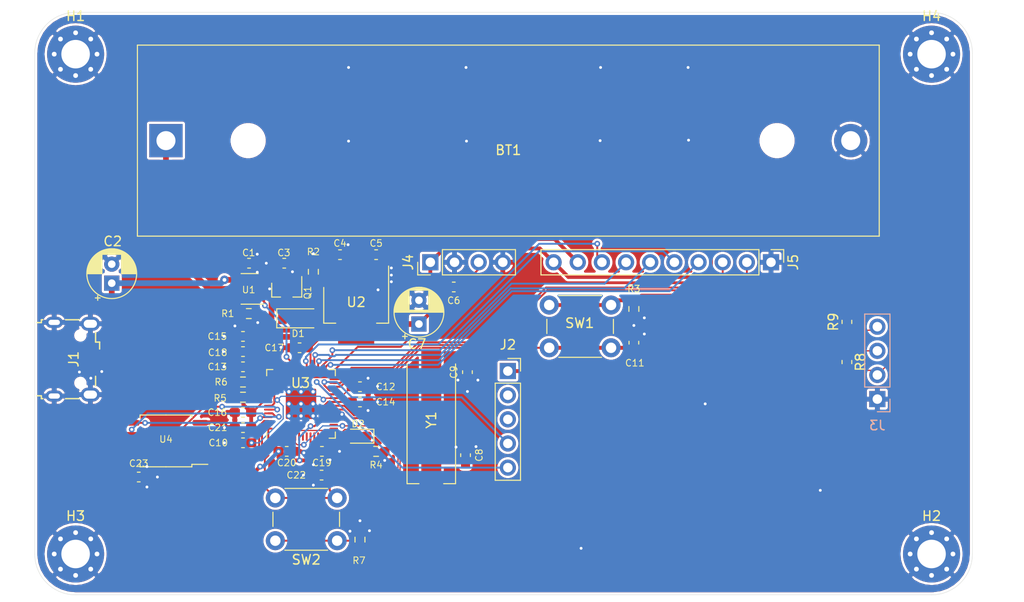
<source format=kicad_pcb>
(kicad_pcb (version 20171130) (host pcbnew "(5.1.6)-1")
  (layers (0 Front signal) (31 Back signal) (34 B.Paste user) (35 F.Paste user) (36 B.SilkS user) (37 F.SilkS user) (38 B.Mask user) (39 F.Mask user) (44 Edge.Cuts user))
  (net 0 "")
  (net 1 GND)
  (net 2 +BATT)
  (net 3 +5V)
  (net 4 "Net-(C4-Pad2)")
  (net 5 "Net-(C8-Pad2)")
  (net 6 "Net-(C9-Pad2)")
  (net 7 +1V1)
  (net 8 /MCU/QSPI_SS)
  (net 9 "Net-(D2-Pad1)")
  (net 10 "Net-(D2-Pad2)")
  (net 11 USB-)
  (net 12 USB+)
  (net 13 SWDO)
  (net 14 SWCL)
  (net 15 SCL)
  (net 16 SDA)
  (net 17 DCF)
  (net 18 /MCU/GPIO16)
  (net 19 /MCU/GPIO17)
  (net 20 /MCU/GPIO18)
  (net 21 /MCU/GPIO19)
  (net 22 /MCU/GPIO20)
  (net 23 /MCU/GPIO21)
  (net 24 /MCU/GPIO22)
  (net 25 "Net-(R1-Pad2)")
  (net 26 "Net-(R3-Pad1)")
  (net 27 "Net-(R5-Pad2)")
  (net 28 "Net-(R6-Pad2)")
  (net 29 "Net-(R7-Pad1)")
  (net 30 STATUS_BAT)
  (net 31 /MCU/QSPI_SD3)
  (net 32 /MCU/QSPI_SCLK)
  (net 33 /MCU/QSPI_SD0)
  (net 34 /MCU/QSPI_SD2)
  (net 35 /MCU/QSPI_SD1)
  (net 36 +3V3)
  (net 37 "Net-(C11-Pad1)")
  (net 38 "Net-(J1-Pad4)")
  (net 39 "Net-(J2-Pad2)")
  (net 40 RST)
  (net 41 "Net-(U3-Pad3)")
  (net 42 "Net-(U3-Pad4)")
  (net 43 "Net-(U3-Pad7)")
  (net 44 "Net-(U3-Pad8)")
  (net 45 "Net-(U3-Pad9)")
  (net 46 "Net-(U3-Pad11)")
  (net 47 "Net-(U3-Pad12)")
  (net 48 "Net-(U3-Pad14)")
  (net 49 "Net-(U3-Pad15)")
  (net 50 "Net-(U3-Pad16)")
  (net 51 "Net-(U3-Pad17)")
  (net 52 "Net-(U3-Pad39)")
  (net 53 "Net-(U3-Pad40)")
  (net 54 "Net-(U3-Pad41)")
  (net 55 "Net-(U3-Pad18)")
  (net 56 "Net-(U3-Pad2)")
  (net 57 "Net-(U3-Pad35)")
  (net 58 "Net-(U3-Pad36)")
  (module Package_TO_SOT_SMD:SOT-23 (layer Front) (at 126.2 58.2 270)
    (fp_text reference Q1 (at 0.3 -2.2 90) (layer F.SilkS) (effects (font (size 0.7 0.7) (thickness 0.1))))
    (fp_text value AO3401A)
    (pad 2 smd rect (at -1 -0.95 270) (size 0.9 0.8) (layers Front F.Paste F.Mask) (net 3 +5V))
    (pad 3 smd rect (at -1 0.95 270) (size 0.9 0.8) (layers Front F.Paste F.Mask) (net 2 +BATT))
    (pad 1 smd rect (at 1 0 270) (size 0.9 0.8) (layers Front F.Paste F.Mask) (net 4 "Net-(C4-Pad2)"))
  )
  (module Package_SO:SOIC-8_5.23x5.23mm_P1.27mm (layer Front) (at 113.5 74.1 180)
    (fp_text reference U4 (at 0 0.174999) (layer F.SilkS) (effects (font (size 0.7 0.7) (thickness 0.1))))
    (fp_text value W25Q128JVS)
    (pad 1 smd roundrect (at -3.6 -1.905 180) (size 1.6 0.6) (layers Front F.Paste F.Mask) (net 8 /MCU/QSPI_SS))
    (pad 2 smd roundrect (at -3.6 -0.635 180) (size 1.6 0.6) (layers Front F.Paste F.Mask) (net 35 /MCU/QSPI_SD1))
    (pad 3 smd roundrect (at -3.6 0.635 180) (size 1.6 0.6) (layers Front F.Paste F.Mask) (net 34 /MCU/QSPI_SD2))
    (pad 4 smd roundrect (at -3.6 1.905 180) (size 1.6 0.6) (layers Front F.Paste F.Mask) (net 1 GND))
    (pad 5 smd roundrect (at 3.6 1.905 180) (size 1.6 0.6) (layers Front F.Paste F.Mask) (net 33 /MCU/QSPI_SD0))
    (pad 6 smd roundrect (at 3.6 0.635 180) (size 1.6 0.6) (layers Front F.Paste F.Mask) (net 32 /MCU/QSPI_SCLK))
    (pad 7 smd roundrect (at 3.6 -0.635 180) (size 1.6 0.6) (layers Front F.Paste F.Mask) (net 31 /MCU/QSPI_SD3))
    (pad 8 smd roundrect (at 3.6 -1.905 180) (size 1.6 0.6) (layers Front F.Paste F.Mask) (net 36 +3V3))
  )
  (module Battery:BatteryHolder_MPD_BH-18650-PC2 (layer Front) (at 113.5 42.5)
    (fp_text reference BT1 (at 36 1) (layer F.SilkS))
    (fp_text value Battery_Cell)
    (pad 2 thru_hole circle (at 72 0) (size 3.5 3.5) (drill 2) (layers *.Cu *.Mask) (net 1 GND))
    (pad 1 thru_hole rect (at 0 0) (size 3.5 3.5) (drill 2) (layers *.Cu *.Mask) (net 2 +BATT))
    (pad "" np_thru_hole circle (at 8.645 0) (size 3.2 3.2) (drill 3.2) (layers *.Cu *.Mask))
    (pad "" np_thru_hole circle (at 64.255 0) (size 3.2 3.2) (drill 3.2) (layers *.Cu *.Mask))
  )
  (module Capacitor_SMD:C_0603_1608Metric_Pad1.08x0.95mm_HandSolder (layer Front) (at 122.2375 55.4)
    (fp_text reference C1 (at -0.0375 -1.1) (layer F.SilkS) (effects (font (size 0.7 0.7) (thickness 0.1))))
    (fp_text value 4.7uF)
    (pad 1 smd roundrect (at -0.8625 0) (size 1.075 0.95) (layers Front F.Paste F.Mask) (net 3 +5V))
    (pad 2 smd roundrect (at 0.8625 0) (size 1.075 0.95) (layers Front F.Paste F.Mask) (net 1 GND))
  )
  (module Capacitor_THT:CP_Radial_D5.0mm_P2.00mm (layer Front) (at 107.8 57.5 90)
    (fp_text reference C2 (at 4.4 0.1 180) (layer F.SilkS))
    (fp_text value 10u)
    (pad 1 thru_hole rect (at 0 0 90) (size 1.6 1.6) (drill 0.8) (layers *.Cu *.Mask) (net 3 +5V))
    (pad 2 thru_hole circle (at 2 0 90) (size 1.6 1.6) (drill 0.8) (layers *.Cu *.Mask) (net 1 GND))
  )
  (module Capacitor_SMD:C_0603_1608Metric_Pad1.08x0.95mm_HandSolder (layer Front) (at 125.9375 55.4)
    (fp_text reference C3 (at -0.0375 -1.1) (layer F.SilkS) (effects (font (size 0.7 0.7) (thickness 0.1))))
    (fp_text value 4.7uF)
    (pad 2 smd roundrect (at 0.8625 0) (size 1.075 0.95) (layers Front F.Paste F.Mask) (net 1 GND))
    (pad 1 smd roundrect (at -0.8625 0) (size 1.075 0.95) (layers Front F.Paste F.Mask) (net 2 +BATT))
  )
  (module Capacitor_SMD:C_0603_1608Metric_Pad1.08x0.95mm_HandSolder (layer Front) (at 131.8 54.5 180)
    (fp_text reference C4 (at 0 1.2) (layer F.SilkS) (effects (font (size 0.7 0.7) (thickness 0.1))))
    (fp_text value 10uF)
    (pad 1 smd roundrect (at -0.8625 0 180) (size 1.075 0.95) (layers Front F.Paste F.Mask) (net 1 GND))
    (pad 2 smd roundrect (at 0.8625 0 180) (size 1.075 0.95) (layers Front F.Paste F.Mask) (net 4 "Net-(C4-Pad2)"))
  )
  (module Capacitor_SMD:C_0603_1608Metric_Pad1.08x0.95mm_HandSolder (layer Front) (at 135.6 54.5)
    (fp_text reference C5 (at 0 -1.2) (layer F.SilkS) (effects (font (size 0.7 0.7) (thickness 0.1))))
    (fp_text value 10uF)
    (pad 1 smd roundrect (at -0.8625 0) (size 1.075 0.95) (layers Front F.Paste F.Mask) (net 36 +3V3))
    (pad 2 smd roundrect (at 0.8625 0) (size 1.075 0.95) (layers Front F.Paste F.Mask) (net 1 GND))
  )
  (module Capacitor_SMD:C_0603_1608Metric_Pad1.08x0.95mm_HandSolder (layer Front) (at 143.7625 57.9 180)
    (fp_text reference C6 (at 0 -1.43) (layer F.SilkS) (effects (font (size 0.7 0.7) (thickness 0.1))))
    (fp_text value 10uF)
    (pad 1 smd roundrect (at -0.8625 0 180) (size 1.075 0.95) (layers Front F.Paste F.Mask) (net 1 GND))
    (pad 2 smd roundrect (at 0.8625 0 180) (size 1.075 0.95) (layers Front F.Paste F.Mask) (net 36 +3V3))
  )
  (module Capacitor_THT:CP_Radial_D5.0mm_P2.50mm (layer Front) (at 140.1 61.8 90)
    (fp_text reference C7 (at -2.1 -0.2 180) (layer F.SilkS))
    (fp_text value 10u)
    (pad 1 thru_hole rect (at 0 0 90) (size 1.6 1.6) (drill 0.8) (layers *.Cu *.Mask) (net 36 +3V3))
    (pad 2 thru_hole circle (at 2.5 0 90) (size 1.6 1.6) (drill 0.8) (layers *.Cu *.Mask) (net 1 GND))
  )
  (module Capacitor_SMD:C_0603_1608Metric_Pad1.08x0.95mm_HandSolder (layer Front) (at 145 75.6 270)
    (fp_text reference C8 (at 0 -1.43 90) (layer F.SilkS) (effects (font (size 0.7 0.7) (thickness 0.1))))
    (fp_text value 27pF)
    (pad 2 smd roundrect (at 0.8625 0 270) (size 1.075 0.95) (layers Front F.Paste F.Mask) (net 5 "Net-(C8-Pad2)"))
    (pad 1 smd roundrect (at -0.8625 0 270) (size 1.075 0.95) (layers Front F.Paste F.Mask) (net 1 GND))
  )
  (module Capacitor_SMD:C_0603_1608Metric_Pad1.08x0.95mm_HandSolder (layer Front) (at 145.2 66.8625 90)
    (fp_text reference C9 (at 0 -1.43 90) (layer F.SilkS) (effects (font (size 0.7 0.7) (thickness 0.1))))
    (fp_text value 27pF)
    (pad 1 smd roundrect (at -0.8625 0 90) (size 1.075 0.95) (layers Front F.Paste F.Mask) (net 1 GND))
    (pad 2 smd roundrect (at 0.8625 0 90) (size 1.075 0.95) (layers Front F.Paste F.Mask) (net 6 "Net-(C9-Pad2)"))
  )
  (module Capacitor_SMD:C_0603_1608Metric_Pad1.08x0.95mm_HandSolder (layer Front) (at 121.6 74.3 180)
    (fp_text reference C10 (at 2.6 0) (layer F.SilkS) (effects (font (size 0.7 0.7) (thickness 0.1))))
    (fp_text value 100nF)
    (pad 1 smd roundrect (at -0.8625 0 180) (size 1.075 0.95) (layers Front F.Paste F.Mask) (net 7 +1V1))
    (pad 2 smd roundrect (at 0.8625 0 180) (size 1.075 0.95) (layers Front F.Paste F.Mask) (net 1 GND))
  )
  (module Capacitor_SMD:C_0603_1608Metric_Pad1.08x0.95mm_HandSolder (layer Front) (at 162.7 63.7625 90)
    (fp_text reference C11 (at -2.1375 0.1 180) (layer F.SilkS) (effects (font (size 0.7 0.7) (thickness 0.1))))
    (fp_text value 100nF)
    (pad 2 smd roundrect (at 0.8625 0 90) (size 1.075 0.95) (layers Front F.Paste F.Mask) (net 1 GND))
    (pad 1 smd roundrect (at -0.8625 0 90) (size 1.075 0.95) (layers Front F.Paste F.Mask) (net 37 "Net-(C11-Pad1)"))
  )
  (module Capacitor_SMD:C_0603_1608Metric_Pad1.08x0.95mm_HandSolder (layer Front) (at 133.9 68.4)
    (fp_text reference C12 (at 2.7 0) (layer F.SilkS) (effects (font (size 0.7 0.7) (thickness 0.1))))
    (fp_text value 100nF)
    (pad 2 smd roundrect (at 0.8625 0) (size 1.075 0.95) (layers Front F.Paste F.Mask) (net 1 GND))
    (pad 1 smd roundrect (at -0.8625 0) (size 1.075 0.95) (layers Front F.Paste F.Mask) (net 7 +1V1))
  )
  (module Capacitor_SMD:C_0603_1608Metric_Pad1.08x0.95mm_HandSolder (layer Front) (at 121.6 66.3 180)
    (fp_text reference C13 (at 2.7 0) (layer F.SilkS) (effects (font (size 0.7 0.7) (thickness 0.1))))
    (fp_text value 1uF)
    (pad 2 smd roundrect (at 0.8625 0 180) (size 1.075 0.95) (layers Front F.Paste F.Mask) (net 1 GND))
    (pad 1 smd roundrect (at -0.8625 0 180) (size 1.075 0.95) (layers Front F.Paste F.Mask) (net 7 +1V1))
  )
  (module Capacitor_SMD:C_0603_1608Metric_Pad1.08x0.95mm_HandSolder (layer Front) (at 133.9 70)
    (fp_text reference C14 (at 2.7 0) (layer F.SilkS) (effects (font (size 0.7 0.7) (thickness 0.1))))
    (fp_text value 100nF)
    (pad 1 smd roundrect (at -0.8625 0) (size 1.075 0.95) (layers Front F.Paste F.Mask) (net 36 +3V3))
    (pad 2 smd roundrect (at 0.8625 0) (size 1.075 0.95) (layers Front F.Paste F.Mask) (net 1 GND))
  )
  (module Capacitor_SMD:C_0603_1608Metric_Pad1.08x0.95mm_HandSolder (layer Front) (at 121.6 63.1 180)
    (fp_text reference C15 (at 2.7 0) (layer F.SilkS) (effects (font (size 0.7 0.7) (thickness 0.1))))
    (fp_text value 1uF)
    (pad 1 smd roundrect (at -0.8625 0 180) (size 1.075 0.95) (layers Front F.Paste F.Mask) (net 36 +3V3))
    (pad 2 smd roundrect (at 0.8625 0 180) (size 1.075 0.95) (layers Front F.Paste F.Mask) (net 1 GND))
  )
  (module Capacitor_SMD:C_0603_1608Metric_Pad1.08x0.95mm_HandSolder (layer Front) (at 121.6 71.1 180)
    (fp_text reference C16 (at 2.7 0) (layer F.SilkS) (effects (font (size 0.7 0.7) (thickness 0.1))))
    (fp_text value 100nF)
    (pad 1 smd roundrect (at -0.8625 0 180) (size 1.075 0.95) (layers Front F.Paste F.Mask) (net 36 +3V3))
    (pad 2 smd roundrect (at 0.8625 0 180) (size 1.075 0.95) (layers Front F.Paste F.Mask) (net 1 GND))
  )
  (module Capacitor_SMD:C_0603_1608Metric_Pad1.08x0.95mm_HandSolder (layer Front) (at 127.55 64.3 180)
    (fp_text reference C17 (at 2.6625 0) (layer F.SilkS) (effects (font (size 0.7 0.7) (thickness 0.1))))
    (fp_text value 100nF)
    (pad 2 smd roundrect (at 0.8625 0 180) (size 1.075 0.95) (layers Front F.Paste F.Mask) (net 1 GND))
    (pad 1 smd roundrect (at -0.8625 0 180) (size 1.075 0.95) (layers Front F.Paste F.Mask) (net 36 +3V3))
  )
  (module Capacitor_SMD:C_0603_1608Metric_Pad1.08x0.95mm_HandSolder (layer Front) (at 121.6 64.7 180)
    (fp_text reference C18 (at 2.6625 -0.1) (layer F.SilkS) (effects (font (size 0.7 0.7) (thickness 0.1))))
    (fp_text value 100nF)
    (pad 1 smd roundrect (at -0.8625 0 180) (size 1.075 0.95) (layers Front F.Paste F.Mask) (net 36 +3V3))
    (pad 2 smd roundrect (at 0.8625 0 180) (size 1.075 0.95) (layers Front F.Paste F.Mask) (net 1 GND))
  )
  (module Capacitor_SMD:C_0603_1608Metric_Pad1.08x0.95mm_HandSolder (layer Front) (at 129.9 75.2)
    (fp_text reference C19 (at 0 1.2) (layer F.SilkS) (effects (font (size 0.7 0.7) (thickness 0.1))))
    (fp_text value 100nF)
    (pad 2 smd roundrect (at 0.8625 0) (size 1.075 0.95) (layers Front F.Paste F.Mask) (net 1 GND))
    (pad 1 smd roundrect (at -0.8625 0) (size 1.075 0.95) (layers Front F.Paste F.Mask) (net 36 +3V3))
  )
  (module Capacitor_SMD:C_0603_1608Metric_Pad1.08x0.95mm_HandSolder (layer Front) (at 126.2 75.2)
    (fp_text reference C20 (at 0 1.2) (layer F.SilkS) (effects (font (size 0.7 0.7) (thickness 0.1))))
    (fp_text value 100nF)
    (pad 1 smd roundrect (at -0.8625 0) (size 1.075 0.95) (layers Front F.Paste F.Mask) (net 36 +3V3))
    (pad 2 smd roundrect (at 0.8625 0) (size 1.075 0.95) (layers Front F.Paste F.Mask) (net 1 GND))
  )
  (module Capacitor_SMD:C_0603_1608Metric_Pad1.08x0.95mm_HandSolder (layer Front) (at 121.6 72.7 180)
    (fp_text reference C21 (at 2.6625 0) (layer F.SilkS) (effects (font (size 0.7 0.7) (thickness 0.1))))
    (fp_text value 100nF)
    (pad 2 smd roundrect (at 0.8625 0 180) (size 1.075 0.95) (layers Front F.Paste F.Mask) (net 1 GND))
    (pad 1 smd roundrect (at -0.8625 0 180) (size 1.075 0.95) (layers Front F.Paste F.Mask) (net 36 +3V3))
  )
  (module Capacitor_SMD:C_0603_1608Metric_Pad1.08x0.95mm_HandSolder (layer Front) (at 129.8625 77.7 180)
    (fp_text reference C22 (at 2.6625 0) (layer F.SilkS) (effects (font (size 0.7 0.7) (thickness 0.1))))
    (fp_text value 100nF)
    (pad 2 smd roundrect (at 0.8625 0 180) (size 1.075 0.95) (layers Front F.Paste F.Mask) (net 1 GND))
    (pad 1 smd roundrect (at -0.8625 0 180) (size 1.075 0.95) (layers Front F.Paste F.Mask) (net 8 /MCU/QSPI_SS))
  )
  (module Capacitor_SMD:C_0603_1608Metric_Pad1.08x0.95mm_HandSolder (layer Front) (at 110.6375 77.9)
    (fp_text reference C23 (at 0 -1.43) (layer F.SilkS) (effects (font (size 0.7 0.7) (thickness 0.1))))
    (fp_text value 100nF)
    (pad 2 smd roundrect (at 0.8625 0) (size 1.075 0.95) (layers Front F.Paste F.Mask) (net 1 GND))
    (pad 1 smd roundrect (at -0.8625 0) (size 1.075 0.95) (layers Front F.Paste F.Mask) (net 36 +3V3))
  )
  (module Diode_SMD:D_SOD-123 (layer Front) (at 127.4 61.2)
    (fp_text reference D1 (at 0 1.6) (layer F.SilkS) (effects (font (size 0.7 0.7) (thickness 0.1))))
    (fp_text value "B5819W SL")
    (pad 1 smd rect (at -1.65 0) (size 0.9 1.2) (layers Front F.Paste F.Mask) (net 4 "Net-(C4-Pad2)"))
    (pad 2 smd rect (at 1.65 0) (size 0.9 1.2) (layers Front F.Paste F.Mask) (net 3 +5V))
  )
  (module LED_SMD:LED_0603_1608Metric_Pad1.05x0.95mm_HandSolder (layer Front) (at 133.7 73.6 180)
    (fp_text reference D2 (at 0 1.3) (layer F.SilkS) (effects (font (size 0.7 0.7) (thickness 0.1))))
    (fp_text value test)
    (pad 1 smd roundrect (at -0.875 0 180) (size 1.05 0.95) (layers Front F.Paste F.Mask) (net 9 "Net-(D2-Pad1)"))
    (pad 2 smd roundrect (at 0.875 0 180) (size 1.05 0.95) (layers Front F.Paste F.Mask) (net 10 "Net-(D2-Pad2)"))
  )
  (module MountingHole:MountingHole_3mm_Pad_Via (layer Front) (at 104 33.4)
    (fp_text reference H1 (at 0 -4) (layer F.SilkS))
    (fp_text value MountingHole_Pad)
    (pad 1 thru_hole circle (at 1.59099 -1.59099) (size 0.8 0.8) (drill 0.5) (layers *.Cu *.Mask) (net 1 GND))
    (pad 1 thru_hole circle (at 0 -2.25) (size 0.8 0.8) (drill 0.5) (layers *.Cu *.Mask) (net 1 GND))
    (pad 1 thru_hole circle (at -1.59099 -1.59099) (size 0.8 0.8) (drill 0.5) (layers *.Cu *.Mask) (net 1 GND))
    (pad 1 thru_hole circle (at -2.25 0) (size 0.8 0.8) (drill 0.5) (layers *.Cu *.Mask) (net 1 GND))
    (pad 1 thru_hole circle (at -1.59099 1.59099) (size 0.8 0.8) (drill 0.5) (layers *.Cu *.Mask) (net 1 GND))
    (pad 1 thru_hole circle (at 0 2.25) (size 0.8 0.8) (drill 0.5) (layers *.Cu *.Mask) (net 1 GND))
    (pad 1 thru_hole circle (at 1.59099 1.59099) (size 0.8 0.8) (drill 0.5) (layers *.Cu *.Mask) (net 1 GND))
    (pad 1 thru_hole circle (at 2.25 0) (size 0.8 0.8) (drill 0.5) (layers *.Cu *.Mask) (net 1 GND))
    (pad 1 thru_hole circle (at 0 0) (size 6 6) (drill 3) (layers *.Cu *.Mask) (net 1 GND))
  )
  (module MountingHole:MountingHole_3mm_Pad_Via (layer Front) (at 194 86)
    (fp_text reference H2 (at 0 -4) (layer F.SilkS))
    (fp_text value MountingHole_Pad)
    (pad 1 thru_hole circle (at 0 0) (size 6 6) (drill 3) (layers *.Cu *.Mask) (net 1 GND))
    (pad 1 thru_hole circle (at 2.25 0) (size 0.8 0.8) (drill 0.5) (layers *.Cu *.Mask) (net 1 GND))
    (pad 1 thru_hole circle (at 1.59099 1.59099) (size 0.8 0.8) (drill 0.5) (layers *.Cu *.Mask) (net 1 GND))
    (pad 1 thru_hole circle (at 0 2.25) (size 0.8 0.8) (drill 0.5) (layers *.Cu *.Mask) (net 1 GND))
    (pad 1 thru_hole circle (at -1.59099 1.59099) (size 0.8 0.8) (drill 0.5) (layers *.Cu *.Mask) (net 1 GND))
    (pad 1 thru_hole circle (at -2.25 0) (size 0.8 0.8) (drill 0.5) (layers *.Cu *.Mask) (net 1 GND))
    (pad 1 thru_hole circle (at -1.59099 -1.59099) (size 0.8 0.8) (drill 0.5) (layers *.Cu *.Mask) (net 1 GND))
    (pad 1 thru_hole circle (at 0 -2.25) (size 0.8 0.8) (drill 0.5) (layers *.Cu *.Mask) (net 1 GND))
    (pad 1 thru_hole circle (at 1.59099 -1.59099) (size 0.8 0.8) (drill 0.5) (layers *.Cu *.Mask) (net 1 GND))
  )
  (module MountingHole:MountingHole_3mm_Pad_Via (layer Front) (at 104 86)
    (fp_text reference H3 (at 0 -4) (layer F.SilkS))
    (fp_text value MountingHole_Pad)
    (pad 1 thru_hole circle (at 1.59099 -1.59099) (size 0.8 0.8) (drill 0.5) (layers *.Cu *.Mask) (net 1 GND))
    (pad 1 thru_hole circle (at 0 -2.25) (size 0.8 0.8) (drill 0.5) (layers *.Cu *.Mask) (net 1 GND))
    (pad 1 thru_hole circle (at -1.59099 -1.59099) (size 0.8 0.8) (drill 0.5) (layers *.Cu *.Mask) (net 1 GND))
    (pad 1 thru_hole circle (at -2.25 0) (size 0.8 0.8) (drill 0.5) (layers *.Cu *.Mask) (net 1 GND))
    (pad 1 thru_hole circle (at -1.59099 1.59099) (size 0.8 0.8) (drill 0.5) (layers *.Cu *.Mask) (net 1 GND))
    (pad 1 thru_hole circle (at 0 2.25) (size 0.8 0.8) (drill 0.5) (layers *.Cu *.Mask) (net 1 GND))
    (pad 1 thru_hole circle (at 1.59099 1.59099) (size 0.8 0.8) (drill 0.5) (layers *.Cu *.Mask) (net 1 GND))
    (pad 1 thru_hole circle (at 2.25 0) (size 0.8 0.8) (drill 0.5) (layers *.Cu *.Mask) (net 1 GND))
    (pad 1 thru_hole circle (at 0 0) (size 6 6) (drill 3) (layers *.Cu *.Mask) (net 1 GND))
  )
  (module MountingHole:MountingHole_3mm_Pad_Via (layer Front) (at 194 33.4)
    (fp_text reference H4 (at 0 -4) (layer F.SilkS))
    (fp_text value MountingHole_Pad)
    (pad 1 thru_hole circle (at 0 0) (size 6 6) (drill 3) (layers *.Cu *.Mask) (net 1 GND))
    (pad 1 thru_hole circle (at 2.25 0) (size 0.8 0.8) (drill 0.5) (layers *.Cu *.Mask) (net 1 GND))
    (pad 1 thru_hole circle (at 1.59099 1.59099) (size 0.8 0.8) (drill 0.5) (layers *.Cu *.Mask) (net 1 GND))
    (pad 1 thru_hole circle (at 0 2.25) (size 0.8 0.8) (drill 0.5) (layers *.Cu *.Mask) (net 1 GND))
    (pad 1 thru_hole circle (at -1.59099 1.59099) (size 0.8 0.8) (drill 0.5) (layers *.Cu *.Mask) (net 1 GND))
    (pad 1 thru_hole circle (at -2.25 0) (size 0.8 0.8) (drill 0.5) (layers *.Cu *.Mask) (net 1 GND))
    (pad 1 thru_hole circle (at -1.59099 -1.59099) (size 0.8 0.8) (drill 0.5) (layers *.Cu *.Mask) (net 1 GND))
    (pad 1 thru_hole circle (at 0 -2.25) (size 0.8 0.8) (drill 0.5) (layers *.Cu *.Mask) (net 1 GND))
    (pad 1 thru_hole circle (at 1.59099 -1.59099) (size 0.8 0.8) (drill 0.5) (layers *.Cu *.Mask) (net 1 GND))
  )
  (module Connector_USB:USB_Micro-B_Wuerth_629105150521 (layer Front) (at 103.7 65.5 270)
    (fp_text reference J1 (at 0 -0.1 90) (layer F.SilkS))
    (fp_text value USB_B_Micro)
    (pad 1 smd rect (at -1.3 -1.9 270) (size 0.45 1.3) (layers Front F.Paste F.Mask) (net 3 +5V))
    (pad 2 smd rect (at -0.65 -1.9 270) (size 0.45 1.3) (layers Front F.Paste F.Mask) (net 11 USB-))
    (pad 3 smd rect (at 0 -1.9 270) (size 0.45 1.3) (layers Front F.Paste F.Mask) (net 12 USB+))
    (pad 4 smd rect (at 0.65 -1.9 270) (size 0.45 1.3) (layers Front F.Paste F.Mask) (net 38 "Net-(J1-Pad4)"))
    (pad 5 smd rect (at 1.3 -1.9 270) (size 0.45 1.3) (layers Front F.Paste F.Mask) (net 1 GND))
    (pad 6 thru_hole oval (at -3.725 -1.85 270) (size 1.45 2) (drill oval 0.85 1.4) (layers *.Cu *.Mask) (net 1 GND))
    (pad 6 thru_hole oval (at 3.725 -1.85 270) (size 1.45 2) (drill oval 0.85 1.4) (layers *.Cu *.Mask) (net 1 GND))
    (pad 6 thru_hole oval (at -3.875 1.95 270) (size 1.15 1.8) (drill oval 0.55 1.2) (layers *.Cu *.Mask) (net 1 GND))
    (pad 6 thru_hole oval (at 3.875 1.95 270) (size 1.15 1.8) (drill oval 0.55 1.2) (layers *.Cu *.Mask) (net 1 GND))
    (pad "" np_thru_hole oval (at -2.5 -0.8 270) (size 0.8 0.8) (drill 0.8) (layers *.Cu *.Mask))
    (pad "" np_thru_hole oval (at 2.5 -0.8 270) (size 0.8 0.8) (drill 0.8) (layers *.Cu *.Mask))
  )
  (module Connector_PinSocket_2.54mm:PinSocket_1x05_P2.54mm_Vertical (layer Front) (at 149.45 66.75)
    (fp_text reference J2 (at 0 -2.77) (layer F.SilkS))
    (fp_text value Conn_SWD)
    (pad 1 thru_hole rect (at 0 0) (size 1.7 1.7) (drill 1) (layers *.Cu *.Mask) (net 36 +3V3))
    (pad 2 thru_hole oval (at 0 2.54) (size 1.7 1.7) (drill 1) (layers *.Cu *.Mask) (net 39 "Net-(J2-Pad2)"))
    (pad 3 thru_hole oval (at 0 5.08) (size 1.7 1.7) (drill 1) (layers *.Cu *.Mask) (net 40 RST))
    (pad 4 thru_hole oval (at 0 7.62) (size 1.7 1.7) (drill 1) (layers *.Cu *.Mask) (net 13 SWDO))
    (pad 5 thru_hole oval (at 0 10.16) (size 1.7 1.7) (drill 1) (layers *.Cu *.Mask) (net 14 SWCL))
  )
  (module Connector_PinSocket_2.54mm:PinSocket_1x04_P2.54mm_Vertical (layer Back) (at 188.3 69.7)
    (fp_text reference J3 (at 0 2.77) (layer B.SilkS) (effects (justify mirror)))
    (fp_text value Conn_Display)
    (pad 1 thru_hole rect (at 0 0) (size 1.7 1.7) (drill 1) (layers *.Cu *.Mask) (net 1 GND))
    (pad 2 thru_hole oval (at 0 -2.54) (size 1.7 1.7) (drill 1) (layers *.Cu *.Mask) (net 36 +3V3))
    (pad 3 thru_hole oval (at 0 -5.08) (size 1.7 1.7) (drill 1) (layers *.Cu *.Mask) (net 15 SCL))
    (pad 4 thru_hole oval (at 0 -7.62) (size 1.7 1.7) (drill 1) (layers *.Cu *.Mask) (net 16 SDA))
  )
  (module Connector_PinHeader_2.54mm:PinHeader_1x04_P2.54mm_Vertical (layer Front) (at 141.3 55.3 90)
    (fp_text reference J4 (at 0 -2.33 90) (layer F.SilkS))
    (fp_text value Conn_DCF)
    (pad 1 thru_hole rect (at 0 0 90) (size 1.7 1.7) (drill 1) (layers *.Cu *.Mask) (net 36 +3V3))
    (pad 2 thru_hole oval (at 0 2.54 90) (size 1.7 1.7) (drill 1) (layers *.Cu *.Mask) (net 1 GND))
    (pad 3 thru_hole oval (at 0 5.08 90) (size 1.7 1.7) (drill 1) (layers *.Cu *.Mask) (net 17 DCF))
    (pad 4 thru_hole oval (at 0 7.62 90) (size 1.7 1.7) (drill 1) (layers *.Cu *.Mask) (net 1 GND))
  )
  (module Connector_PinHeader_2.54mm:PinHeader_1x10_P2.54mm_Vertical (layer Front) (at 177.12 55.3 270)
    (fp_text reference J5 (at 0 -2.33 90) (layer F.SilkS))
    (fp_text value GPIO)
    (pad 1 thru_hole rect (at 0 0 270) (size 1.7 1.7) (drill 1) (layers *.Cu *.Mask) (net 1 GND))
    (pad 2 thru_hole oval (at 0 2.54 270) (size 1.7 1.7) (drill 1) (layers *.Cu *.Mask) (net 18 /MCU/GPIO16))
    (pad 3 thru_hole oval (at 0 5.08 270) (size 1.7 1.7) (drill 1) (layers *.Cu *.Mask) (net 19 /MCU/GPIO17))
    (pad 4 thru_hole oval (at 0 7.62 270) (size 1.7 1.7) (drill 1) (layers *.Cu *.Mask) (net 20 /MCU/GPIO18))
    (pad 5 thru_hole oval (at 0 10.16 270) (size 1.7 1.7) (drill 1) (layers *.Cu *.Mask) (net 21 /MCU/GPIO19))
    (pad 6 thru_hole oval (at 0 12.7 270) (size 1.7 1.7) (drill 1) (layers *.Cu *.Mask) (net 22 /MCU/GPIO20))
    (pad 7 thru_hole oval (at 0 15.24 270) (size 1.7 1.7) (drill 1) (layers *.Cu *.Mask) (net 23 /MCU/GPIO21))
    (pad 8 thru_hole oval (at 0 17.78 270) (size 1.7 1.7) (drill 1) (layers *.Cu *.Mask) (net 24 /MCU/GPIO22))
    (pad 9 thru_hole oval (at 0 20.32 270) (size 1.7 1.7) (drill 1) (layers *.Cu *.Mask) (net 3 +5V))
    (pad 10 thru_hole oval (at 0 22.86 270) (size 1.7 1.7) (drill 1) (layers *.Cu *.Mask) (net 36 +3V3))
  )
  (module Resistor_SMD:R_0603_1608Metric_Pad0.98x0.95mm_HandSolder (layer Front) (at 122.2125 60.7 180)
    (fp_text reference R1 (at 2.2125 0) (layer F.SilkS) (effects (font (size 0.7 0.7) (thickness 0.1))))
    (fp_text value 2K)
    (pad 1 smd roundrect (at -0.9125 0 180) (size 0.975 0.95) (layers Front F.Paste F.Mask) (net 1 GND))
    (pad 2 smd roundrect (at 0.9125 0 180) (size 0.975 0.95) (layers Front F.Paste F.Mask) (net 25 "Net-(R1-Pad2)"))
  )
  (module Resistor_SMD:R_0603_1608Metric_Pad0.98x0.95mm_HandSolder (layer Front) (at 129 56.3 270)
    (fp_text reference R2 (at -2.1 0 180) (layer F.SilkS) (effects (font (size 0.7 0.7) (thickness 0.1))))
    (fp_text value 10k)
    (pad 2 smd roundrect (at 0.9125 0 270) (size 0.975 0.95) (layers Front F.Paste F.Mask) (net 3 +5V))
    (pad 1 smd roundrect (at -0.9125 0 270) (size 0.975 0.95) (layers Front F.Paste F.Mask) (net 1 GND))
  )
  (module Resistor_SMD:R_0603_1608Metric_Pad0.98x0.95mm_HandSolder (layer Front) (at 162.7 60.2125 270)
    (fp_text reference R3 (at -2.1125 0 180) (layer F.SilkS) (effects (font (size 0.7 0.7) (thickness 0.1))))
    (fp_text value 10k)
    (pad 2 smd roundrect (at 0.9125 0 270) (size 0.975 0.95) (layers Front F.Paste F.Mask) (net 1 GND))
    (pad 1 smd roundrect (at -0.9125 0 270) (size 0.975 0.95) (layers Front F.Paste F.Mask) (net 26 "Net-(R3-Pad1)"))
  )
  (module Resistor_SMD:R_0603_1608Metric_Pad0.98x0.95mm_HandSolder (layer Front) (at 135.6 75.2 180)
    (fp_text reference R4 (at 0 -1.43) (layer F.SilkS) (effects (font (size 0.7 0.7) (thickness 0.1))))
    (fp_text value 520)
    (pad 1 smd roundrect (at -0.9125 0 180) (size 0.975 0.95) (layers Front F.Paste F.Mask) (net 1 GND))
    (pad 2 smd roundrect (at 0.9125 0 180) (size 0.975 0.95) (layers Front F.Paste F.Mask) (net 9 "Net-(D2-Pad1)"))
  )
  (module Resistor_SMD:R_0603_1608Metric_Pad0.98x0.95mm_HandSolder (layer Front) (at 121.6 69.5)
    (fp_text reference R5 (at -2.4 0.1) (layer F.SilkS) (effects (font (size 0.7 0.7) (thickness 0.1))))
    (fp_text value 27)
    (pad 2 smd roundrect (at 0.9125 0) (size 0.975 0.95) (layers Front F.Paste F.Mask) (net 27 "Net-(R5-Pad2)"))
    (pad 1 smd roundrect (at -0.9125 0) (size 0.975 0.95) (layers Front F.Paste F.Mask) (net 12 USB+))
  )
  (module Resistor_SMD:R_0603_1608Metric_Pad0.98x0.95mm_HandSolder (layer Front) (at 121.6 67.9)
    (fp_text reference R6 (at -2.3 0) (layer F.SilkS) (effects (font (size 0.7 0.7) (thickness 0.1))))
    (fp_text value 27)
    (pad 1 smd roundrect (at -0.9125 0) (size 0.975 0.95) (layers Front F.Paste F.Mask) (net 11 USB-))
    (pad 2 smd roundrect (at 0.9125 0) (size 0.975 0.95) (layers Front F.Paste F.Mask) (net 28 "Net-(R6-Pad2)"))
  )
  (module Resistor_SMD:R_0603_1608Metric_Pad0.98x0.95mm_HandSolder (layer Front) (at 133.9 84.4875 90)
    (fp_text reference R7 (at -2.2 -0.1 180) (layer F.SilkS) (effects (font (size 0.7 0.7) (thickness 0.1))))
    (fp_text value 10k)
    (pad 1 smd roundrect (at -0.9125 0 90) (size 0.975 0.95) (layers Front F.Paste F.Mask) (net 29 "Net-(R7-Pad1)"))
    (pad 2 smd roundrect (at 0.9125 0 90) (size 0.975 0.95) (layers Front F.Paste F.Mask) (net 1 GND))
  )
  (module Button_Switch_THT:SW_PUSH_6mm_H5mm (layer Front) (at 153.8 59.8)
    (fp_text reference SW1 (at 3.2 1.9) (layer F.SilkS))
    (fp_text value RST)
    (pad 1 thru_hole circle (at 6.5 0 90) (size 2 2) (drill 1.1) (layers *.Cu *.Mask) (net 26 "Net-(R3-Pad1)"))
    (pad 2 thru_hole circle (at 6.5 4.5 90) (size 2 2) (drill 1.1) (layers *.Cu *.Mask) (net 37 "Net-(C11-Pad1)"))
    (pad 1 thru_hole circle (at 0 0 90) (size 2 2) (drill 1.1) (layers *.Cu *.Mask) (net 26 "Net-(R3-Pad1)"))
    (pad 2 thru_hole circle (at 0 4.5 90) (size 2 2) (drill 1.1) (layers *.Cu *.Mask) (net 37 "Net-(C11-Pad1)"))
  )
  (module Button_Switch_THT:SW_PUSH_6mm_H5mm (layer Front) (at 131.5 84.6 180)
    (fp_text reference SW2 (at 3.25 -2) (layer F.SilkS))
    (fp_text value Boot)
    (pad 2 thru_hole circle (at 0 4.5 270) (size 2 2) (drill 1.1) (layers *.Cu *.Mask) (net 8 /MCU/QSPI_SS))
    (pad 1 thru_hole circle (at 0 0 270) (size 2 2) (drill 1.1) (layers *.Cu *.Mask) (net 29 "Net-(R7-Pad1)"))
    (pad 2 thru_hole circle (at 6.5 4.5 270) (size 2 2) (drill 1.1) (layers *.Cu *.Mask) (net 8 /MCU/QSPI_SS))
    (pad 1 thru_hole circle (at 6.5 0 270) (size 2 2) (drill 1.1) (layers *.Cu *.Mask) (net 29 "Net-(R7-Pad1)"))
  )
  (module Package_TO_SOT_SMD:SOT-23-5 (layer Front) (at 122.3 58.1 180)
    (fp_text reference U1 (at 0.1 -0.1) (layer F.SilkS) (effects (font (size 0.7 0.7) (thickness 0.1))))
    (fp_text value MCP73831-2-OT)
    (pad 1 smd rect (at -1.1 -0.95 180) (size 1.06 0.65) (layers Front F.Paste F.Mask) (net 30 STATUS_BAT))
    (pad 2 smd rect (at -1.1 0 180) (size 1.06 0.65) (layers Front F.Paste F.Mask) (net 1 GND))
    (pad 3 smd rect (at -1.1 0.95 180) (size 1.06 0.65) (layers Front F.Paste F.Mask) (net 2 +BATT))
    (pad 4 smd rect (at 1.1 0.95 180) (size 1.06 0.65) (layers Front F.Paste F.Mask) (net 3 +5V))
    (pad 5 smd rect (at 1.1 -0.95 180) (size 1.06 0.65) (layers Front F.Paste F.Mask) (net 25 "Net-(R1-Pad2)"))
  )
  (module Package_TO_SOT_SMD:SOT-223-3_TabPin2 (layer Front) (at 133.5 59.8 270)
    (fp_text reference U2 (at -0.3 0) (layer F.SilkS))
    (fp_text value NCP1117-3.3_SOT223)
    (pad 2 smd rect (at 3.15 0 270) (size 2 3.8) (layers Front F.Paste F.Mask) (net 36 +3V3))
    (pad 2 smd rect (at -3.15 0 270) (size 2 1.5) (layers Front F.Paste F.Mask) (net 36 +3V3))
    (pad 3 smd rect (at -3.15 2.3 270) (size 2 1.5) (layers Front F.Paste F.Mask) (net 4 "Net-(C4-Pad2)"))
    (pad 1 smd rect (at -3.15 -2.3 270) (size 2 1.5) (layers Front F.Paste F.Mask) (net 1 GND))
  )
  (module RP2040_minimal:RP2040-QFN-56 (layer Front) (at 127.7 70.2 90)
    (fp_text reference U3 (at 2.2 -0.05 180) (layer F.SilkS))
    (fp_text value RP2040)
    (pad 57 smd roundrect (at 0 0 90) (size 3.2 3.2) (layers Front F.Mask) (roundrect_rratio 0.045) (net 1 GND))
    (pad 57 thru_hole circle (at -1.275 -1.275 90) (size 0.6 0.6) (drill 0.35) (layers *.Cu) (net 1 GND))
    (pad 57 thru_hole circle (at 0 -1.275 90) (size 0.6 0.6) (drill 0.35) (layers *.Cu) (net 1 GND))
    (pad 57 thru_hole circle (at 1.275 -1.275 90) (size 0.6 0.6) (drill 0.35) (layers *.Cu) (net 1 GND))
    (pad 57 thru_hole circle (at -1.275 0 90) (size 0.6 0.6) (drill 0.35) (layers *.Cu) (net 1 GND))
    (pad 57 thru_hole circle (at 0 0 90) (size 0.6 0.6) (drill 0.35) (layers *.Cu) (net 1 GND))
    (pad 57 thru_hole circle (at 1.275 0 90) (size 0.6 0.6) (drill 0.35) (layers *.Cu) (net 1 GND))
    (pad 57 thru_hole circle (at -1.275 1.275 90) (size 0.6 0.6) (drill 0.35) (layers *.Cu) (net 1 GND))
    (pad 57 thru_hole circle (at 0 1.275 90) (size 0.6 0.6) (drill 0.35) (layers *.Cu) (net 1 GND))
    (pad 57 thru_hole circle (at 1.275 1.275 90) (size 0.6 0.6) (drill 0.35) (layers *.Cu) (net 1 GND))
    (pad 1 smd roundrect (at -3.4375 -2.6 90) (size 0.875 0.2) (layers Front F.Paste F.Mask) (net 36 +3V3))
    (pad 2 smd roundrect (at -3.4375 -2.2 90) (size 0.875 0.2) (layers Front F.Paste F.Mask) (net 56 "Net-(U3-Pad2)"))
    (pad 3 smd roundrect (at -3.4375 -1.8 90) (size 0.875 0.2) (layers Front F.Paste F.Mask) (net 41 "Net-(U3-Pad3)"))
    (pad 4 smd roundrect (at -3.4375 -1.4 90) (size 0.875 0.2) (layers Front F.Paste F.Mask) (net 42 "Net-(U3-Pad4)"))
    (pad 5 smd roundrect (at -3.4375 -1 90) (size 0.875 0.2) (layers Front F.Paste F.Mask) (net 15 SCL))
    (pad 6 smd roundrect (at -3.4375 -0.6 90) (size 0.875 0.2) (layers Front F.Paste F.Mask) (net 16 SDA))
    (pad 7 smd roundrect (at -3.4375 -0.2 90) (size 0.875 0.2) (layers Front F.Paste F.Mask) (net 43 "Net-(U3-Pad7)"))
    (pad 8 smd roundrect (at -3.4375 0.2 90) (size 0.875 0.2) (layers Front F.Paste F.Mask) (net 44 "Net-(U3-Pad8)"))
    (pad 9 smd roundrect (at -3.4375 0.6 90) (size 0.875 0.2) (layers Front F.Paste F.Mask) (net 45 "Net-(U3-Pad9)"))
    (pad 10 smd roundrect (at -3.4375 1 90) (size 0.875 0.2) (layers Front F.Paste F.Mask) (net 36 +3V3))
    (pad 11 smd roundrect (at -3.4375 1.4 90) (size 0.875 0.2) (layers Front F.Paste F.Mask) (net 46 "Net-(U3-Pad11)"))
    (pad 12 smd roundrect (at -3.4375 1.8 90) (size 0.875 0.2) (layers Front F.Paste F.Mask) (net 47 "Net-(U3-Pad12)"))
    (pad 13 smd roundrect (at -3.4375 2.2 90) (size 0.875 0.2) (layers Front F.Paste F.Mask) (net 10 "Net-(D2-Pad2)"))
    (pad 14 smd roundrect (at -3.4375 2.6 90) (size 0.875 0.2) (layers Front F.Paste F.Mask) (net 48 "Net-(U3-Pad14)"))
    (pad 15 smd roundrect (at -2.6 3.4375 90) (size 0.2 0.875) (layers Front F.Paste F.Mask) (net 49 "Net-(U3-Pad15)"))
    (pad 16 smd roundrect (at -2.2 3.4375 90) (size 0.2 0.875) (layers Front F.Paste F.Mask) (net 50 "Net-(U3-Pad16)"))
    (pad 17 smd roundrect (at -1.8 3.4375 90) (size 0.2 0.875) (layers Front F.Paste F.Mask) (net 51 "Net-(U3-Pad17)"))
    (pad 18 smd roundrect (at -1.4 3.4375 90) (size 0.2 0.875) (layers Front F.Paste F.Mask) (net 55 "Net-(U3-Pad18)"))
    (pad 19 smd roundrect (at -1 3.4375 90) (size 0.2 0.875) (layers Front F.Paste F.Mask) (net 1 GND))
    (pad 20 smd roundrect (at -0.6 3.4375 90) (size 0.2 0.875) (layers Front F.Paste F.Mask) (net 5 "Net-(C8-Pad2)"))
    (pad 21 smd roundrect (at -0.2 3.4375 90) (size 0.2 0.875) (layers Front F.Paste F.Mask) (net 6 "Net-(C9-Pad2)"))
    (pad 22 smd roundrect (at 0.2 3.4375 90) (size 0.2 0.875) (layers Front F.Paste F.Mask) (net 36 +3V3))
    (pad 23 smd roundrect (at 0.6 3.4375 90) (size 0.2 0.875) (layers Front F.Paste F.Mask) (net 7 +1V1))
    (pad 24 smd roundrect (at 1 3.4375 90) (size 0.2 0.875) (layers Front F.Paste F.Mask) (net 14 SWCL))
    (pad 25 smd roundrect (at 1.4 3.4375 90) (size 0.2 0.875) (layers Front F.Paste F.Mask) (net 13 SWDO))
    (pad 26 smd roundrect (at 1.8 3.4375 90) (size 0.2 0.875) (layers Front F.Paste F.Mask) (net 37 "Net-(C11-Pad1)"))
    (pad 27 smd roundrect (at 2.2 3.4375 90) (size 0.2 0.875) (layers Front F.Paste F.Mask) (net 18 /MCU/GPIO16))
    (pad 28 smd roundrect (at 2.6 3.4375 90) (size 0.2 0.875) (layers Front F.Paste F.Mask) (net 19 /MCU/GPIO17))
    (pad 29 smd roundrect (at 3.4375 2.6 90) (size 0.875 0.2) (layers Front F.Paste F.Mask) (net 20 /MCU/GPIO18))
    (pad 30 smd roundrect (at 3.4375 2.2 90) (size 0.875 0.2) (layers Front F.Paste F.Mask) (net 21 /MCU/GPIO19))
    (pad 31 smd roundrect (at 3.4375 1.8 90) (size 0.875 0.2) (layers Front F.Paste F.Mask) (net 22 /MCU/GPIO20))
    (pad 32 smd roundrect (at 3.4375 1.4 90) (size 0.875 0.2) (layers Front F.Paste F.Mask) (net 23 /MCU/GPIO21))
    (pad 33 smd roundrect (at 3.4375 1 90) (size 0.875 0.2) (layers Front F.Paste F.Mask) (net 36 +3V3))
    (pad 34 smd roundrect (at 3.4375 0.6 90) (size 0.875 0.2) (layers Front F.Paste F.Mask) (net 24 /MCU/GPIO22))
    (pad 35 smd roundrect (at 3.4375 0.2 90) (size 0.875 0.2) (layers Front F.Paste F.Mask) (net 57 "Net-(U3-Pad35)"))
    (pad 36 smd roundrect (at 3.4375 -0.2 90) (size 0.875 0.2) (layers Front F.Paste F.Mask) (net 58 "Net-(U3-Pad36)"))
    (pad 37 smd roundrect (at 3.4375 -0.6 90) (size 0.875 0.2) (layers Front F.Paste F.Mask) (net 30 STATUS_BAT))
    (pad 38 smd roundrect (at 3.4375 -1 90) (size 0.875 0.2) (layers Front F.Paste F.Mask) (net 17 DCF))
    (pad 39 smd roundrect (at 3.4375 -1.4 90) (size 0.875 0.2) (layers Front F.Paste F.Mask) (net 52 "Net-(U3-Pad39)"))
    (pad 40 smd roundrect (at 3.4375 -1.8 90) (size 0.875 0.2) (layers Front F.Paste F.Mask) (net 53 "Net-(U3-Pad40)"))
    (pad 41 smd roundrect (at 3.4375 -2.2 90) (size 0.875 0.2) (layers Front F.Paste F.Mask) (net 54 "Net-(U3-Pad41)"))
    (pad 42 smd roundrect (at 3.4375 -2.6 90) (size 0.875 0.2) (layers Front F.Paste F.Mask) (net 36 +3V3))
    (pad 43 smd roundrect (at 2.6 -3.4375 90) (size 0.2 0.875) (layers Front F.Paste F.Mask) (net 36 +3V3))
    (pad 44 smd roundrect (at 2.2 -3.4375 90) (size 0.2 0.875) (layers Front F.Paste F.Mask) (net 36 +3V3))
    (pad 45 smd roundrect (at 1.8 -3.4375 90) (size 0.2 0.875) (layers Front F.Paste F.Mask) (net 7 +1V1))
    (pad 46 smd roundrect (at 1.4 -3.4375 90) (size 0.2 0.875) (layers Front F.Paste F.Mask) (net 28 "Net-(R6-Pad2)"))
    (pad 47 smd roundrect (at 1 -3.4375 90) (size 0.2 0.875) (layers Front F.Paste F.Mask) (net 27 "Net-(R5-Pad2)"))
    (pad 48 smd roundrect (at 0.6 -3.4375 90) (size 0.2 0.875) (layers Front F.Paste F.Mask) (net 36 +3V3))
    (pad 49 smd roundrect (at 0.2 -3.4375 90) (size 0.2 0.875) (layers Front F.Paste F.Mask) (net 36 +3V3))
    (pad 50 smd roundrect (at -0.2 -3.4375 90) (size 0.2 0.875) (layers Front F.Paste F.Mask) (net 7 +1V1))
    (pad 51 smd roundrect (at -0.6 -3.4375 90) (size 0.2 0.875) (layers Front F.Paste F.Mask) (net 31 /MCU/QSPI_SD3))
    (pad 52 smd roundrect (at -1 -3.4375 90) (size 0.2 0.875) (layers Front F.Paste F.Mask) (net 32 /MCU/QSPI_SCLK))
    (pad 53 smd roundrect (at -1.4 -3.4375 90) (size 0.2 0.875) (layers Front F.Paste F.Mask) (net 33 /MCU/QSPI_SD0))
    (pad 54 smd roundrect (at -1.8 -3.4375 90) (size 0.2 0.875) (layers Front F.Paste F.Mask) (net 34 /MCU/QSPI_SD2))
    (pad 55 smd roundrect (at -2.2 -3.4375 90) (size 0.2 0.875) (layers Front F.Paste F.Mask) (net 35 /MCU/QSPI_SD1))
    (pad 56 smd roundrect (at -2.6 -3.4375 90) (size 0.2 0.875) (layers Front F.Paste F.Mask) (net 8 /MCU/QSPI_SS))
  )
  (module RP2040_minimal:Crystal_SMD_HC49-US (layer Front) (at 141.4 71.9 90)
    (fp_text reference Y1 (at 0 0 90) (layer F.SilkS))
    (fp_text value ABLS-12.000MHZ-B4-T)
    (pad 2 smd rect (at 4.5 0 90) (size 5.6 2.1) (layers Front F.Paste F.Mask) (net 6 "Net-(C9-Pad2)"))
    (pad 1 smd rect (at -4.5 0 90) (size 5.6 2.1) (layers Front F.Paste F.Mask) (net 5 "Net-(C8-Pad2)"))
  )
  (module Resistor_SMD:R_0603_1608Metric_Pad1.05x0.95mm_HandSolder (layer Front) (at 185.1 65.8 270)
    (fp_text reference R8 (at 0 -1.43 90) (layer F.SilkS))
    (fp_text value 2K)
    (pad 1 smd roundrect (at -0.875 0 270) (size 1.05 0.95) (layers Front F.Paste F.Mask) (net 15 SCL))
    (pad 2 smd roundrect (at 0.875 0 270) (size 1.05 0.95) (layers Front F.Paste F.Mask) (net 36 +3V3))
  )
  (module Resistor_SMD:R_0603_1608Metric_Pad1.05x0.95mm_HandSolder (layer Front) (at 185.1 61.575 90)
    (fp_text reference R9 (at 0 -1.43 90) (layer F.SilkS))
    (fp_text value 2K)
    (pad 2 smd roundrect (at 0.875 0 90) (size 1.05 0.95) (layers Front F.Paste F.Mask) (net 36 +3V3))
    (pad 1 smd roundrect (at -0.875 0 90) (size 1.05 0.95) (layers Front F.Paste F.Mask) (net 16 SDA))
  )
  (gr_line (start 104 29) (end 194 29) (layer Edge.Cuts) (width 0.0381))
  (gr_line (start 99.7 86) (end 99.7 33.3) (layer Edge.Cuts) (width 0.0381))
  (gr_line (start 194 90.3) (end 104 90.3) (layer Edge.Cuts) (width 0.0381))
  (gr_line (start 198.3 33.3) (end 198.3 86) (layer Edge.Cuts) (width 0.0381))
  (gr_arc (start 194 86) (end 194 90.3) (angle -90) (layer Edge.Cuts) (width 0.0381))
  (gr_arc (start 104 86) (end 99.7 86) (angle -90) (layer Edge.Cuts) (width 0.0381))
  (gr_arc (start 104 33.3) (end 104 29) (angle -90) (layer Edge.Cuts) (width 0.0381))
  (gr_arc (start 194 33.3) (end 198.3 33.3) (angle -90) (layer Edge.Cuts) (width 0.0381))
  (via (at 123.1 56.35) (size 0.6) (drill 0.3) (layers Front Back) (net 1))
  (via (at 123.1 54.45) (size 0.6) (drill 0.3) (layers Front Back) (net 1))
  (via (at 124.05 55.4) (size 0.6) (drill 0.3) (layers Front Back) (net 1))
  (via (at 126.8 56.3) (size 0.6) (drill 0.3) (layers Front Back) (net 1))
  (segment (start 123.1 54.45) (end 123.1 55.4) (width 0.6) (layer Front) (net 1))
  (segment (start 124.05 55.4) (end 123.1 55.4) (width 0.6) (layer Front) (net 1))
  (segment (start 123.1 56.35) (end 123.1 55.4) (width 0.6) (layer Front) (net 1))
  (segment (start 126.8 55.4) (end 126.8 56.3) (width 0.6) (layer Front) (net 1))
  (via (at 124.4 58.1) (size 0.6) (drill 0.3) (layers Front Back) (net 1))
  (segment (start 123.4 58.1) (end 124.4 58.1) (width 0.6) (layer Front) (net 1))
  (via (at 125.6 64.25) (size 0.6) (drill 0.3) (layers Front Back) (net 1))
  (via (at 123.15 61.65) (size 0.6) (drill 0.3) (layers Front Back) (net 1))
  (via (at 129 54.4) (size 0.6) (drill 0.3) (layers Front Back) (net 1))
  (via (at 132.65 53.45) (size 0.6) (drill 0.3) (layers Front Back) (net 1))
  (via (at 137.2 56.65) (size 0.6) (drill 0.3) (layers Front Back) (net 1))
  (via (at 135.8 58.2) (size 0.6) (drill 0.3) (layers Front Back) (net 1))
  (via (at 137.2 57.35) (size 0.6) (drill 0.3) (layers Front Back) (net 1))
  (via (at 137.2 55.9) (size 0.6) (drill 0.3) (layers Front Back) (net 1))
  (via (at 106.75 66.8) (size 0.6) (drill 0.3) (layers Front Back) (net 1))
  (via (at 104.4 66.85) (size 0.6) (drill 0.3) (layers Front Back) (net 1))
  (via (at 105.6 67.5) (size 0.6) (drill 0.3) (layers Front Back) (net 1))
  (via (at 119.6 66.3) (size 0.6) (drill 0.3) (layers Front Back) (net 1))
  (via (at 119.55 64.7) (size 0.6) (drill 0.3) (layers Front Back) (net 1))
  (via (at 119.6 63.1) (size 0.6) (drill 0.3) (layers Front Back) (net 1))
  (via (at 120.75 62) (size 0.6) (drill 0.3) (layers Front Back) (net 1))
  (via (at 119.65 72.7) (size 0.6) (drill 0.3) (layers Front Back) (net 1))
  (via (at 111.5 76.8) (size 0.6) (drill 0.3) (layers Front Back) (net 1))
  (via (at 112.6 77.9) (size 0.6) (drill 0.3) (layers Front Back) (net 1))
  (via (at 111.5 78.95) (size 0.6) (drill 0.3) (layers Front Back) (net 1))
  (via (at 132.85 83.6) (size 0.6) (drill 0.3) (layers Front Back) (net 1))
  (via (at 133.9 82.5) (size 0.6) (drill 0.3) (layers Front Back) (net 1))
  (via (at 134.9 83.55) (size 0.6) (drill 0.3) (layers Front Back) (net 1))
  (via (at 146.1 74.7) (size 0.6) (drill 0.3) (layers Front Back) (net 1))
  (via (at 144 74.75) (size 0.6) (drill 0.3) (layers Front Back) (net 1))
  (via (at 146.3 67.7) (size 0.6) (drill 0.3) (layers Front Back) (net 1))
  (via (at 145.2 68.9) (size 0.6) (drill 0.3) (layers Front Back) (net 1))
  (via (at 144.2 67.7) (size 0.6) (drill 0.3) (layers Front Back) (net 1))
  (via (at 163.8 61.15) (size 0.6) (drill 0.3) (layers Front Back) (net 1))
  (via (at 162.7 61.95) (size 0.6) (drill 0.3) (layers Front Back) (net 1))
  (via (at 163.8 62.85) (size 0.6) (drill 0.3) (layers Front Back) (net 1))
  (via (at 131.75 75.2) (size 0.6) (drill 0.3) (layers Front Back) (net 1))
  (via (at 130.75 76.1) (size 0.6) (drill 0.3) (layers Front Back) (net 1))
  (via (at 128 75.35) (size 0.6) (drill 0.3) (layers Front Back) (net 1))
  (via (at 129 76.6) (size 0.6) (drill 0.3) (layers Front Back) (net 1))
  (via (at 129 78.75) (size 0.6) (drill 0.3) (layers Front Back) (net 1))
  (via (at 127.95 77.7) (size 0.6) (drill 0.3) (layers Front Back) (net 1))
  (via (at 136.5 76.15) (size 0.6) (drill 0.3) (layers Front Back) (net 1))
  (via (at 135.75 70) (size 0.6) (drill 0.3) (layers Front Back) (net 1))
  (via (at 135.75 68.35) (size 0.6) (drill 0.3) (layers Front Back) (net 1))
  (via (at 134.75 70.9) (size 0.6) (drill 0.3) (layers Front Back) (net 1))
  (via (at 134.75 67.5) (size 0.6) (drill 0.3) (layers Front Back) (net 1))
  (segment (start 131.1375 71.2) (end 131.9 71.2) (width 0.2) (layer Front) (net 1))
  (via (at 132 71.3) (size 0.6) (drill 0.3) (layers Front Back) (net 1))
  (segment (start 131.9 71.2) (end 132 71.3) (width 0.2) (layer Front) (net 1))
  (via (at 119.65 74.3) (size 0.6) (drill 0.3) (layers Front Back) (net 1))
  (via (at 170.2 70.2) (size 0.6) (drill 0.3) (layers Front Back) (net 1))
  (via (at 182.3 79.3) (size 0.6) (drill 0.3) (layers Front Back) (net 1))
  (via (at 157.15 85.4) (size 0.6) (drill 0.3) (layers Front Back) (net 1))
  (via (at 132.7 42.55) (size 0.6) (drill 0.3) (layers Front Back) (net 1))
  (via (at 145.1 42.55) (size 0.6) (drill 0.3) (layers Front Back) (net 1))
  (via (at 159.15 42.5) (size 0.6) (drill 0.3) (layers Front Back) (net 1))
  (via (at 168.45 42.45) (size 0.6) (drill 0.3) (layers Front Back) (net 1))
  (via (at 145.05 34.8) (size 0.6) (drill 0.3) (layers Front Back) (net 1))
  (via (at 132.7 34.8) (size 0.6) (drill 0.3) (layers Front Back) (net 1))
  (via (at 168.4 34.8) (size 0.6) (drill 0.3) (layers Front Back) (net 1))
  (via (at 159.2 34.8) (size 0.6) (drill 0.3) (layers Front Back) (net 1))
  (segment (start 125.075 57.025) (end 125.25 57.2) (width 0.6) (layer Front) (net 2))
  (segment (start 125.075 55.4) (end 125.075 57.025) (width 0.6) (layer Front) (net 2))
  (segment (start 125.2 57.15) (end 125.25 57.2) (width 0.6) (layer Front) (net 2))
  (segment (start 123.4 57.15) (end 125.2 57.15) (width 0.6) (layer Front) (net 2))
  (segment (start 113.5 53.6) (end 113.5 42.5) (width 0.6) (layer Front) (net 2))
  (segment (start 118 58.1) (end 113.5 53.6) (width 0.6) (layer Front) (net 2))
  (segment (start 123.4 57.15) (end 122.628501 57.15) (width 0.6) (layer Front) (net 2))
  (segment (start 121.678501 58.1) (end 118 58.1) (width 0.6) (layer Front) (net 2))
  (segment (start 122.628501 57.15) (end 121.678501 58.1) (width 0.6) (layer Front) (net 2))
  (segment (start 128.9875 57.2) (end 129 57.2125) (width 0.6) (layer Front) (net 3))
  (segment (start 127.15 57.2) (end 127.6 57.2) (width 0.6) (layer Front) (net 3))
  (segment (start 127.6 57.2) (end 128.9875 57.2) (width 0.6) (layer Front) (net 3))
  (segment (start 121.375 56.975) (end 121.2 57.15) (width 0.6) (layer Front) (net 3))
  (segment (start 121.375 55.4) (end 121.375 56.975) (width 0.6) (layer Front) (net 3))
  (segment (start 128 57.2) (end 127.6 57.2) (width 0.6) (layer Front) (net 3))
  (segment (start 121.375 54.625) (end 122.25 53.75) (width 0.6) (layer Front) (net 3))
  (segment (start 121.375 55.4) (end 121.375 54.625) (width 0.6) (layer Front) (net 3))
  (segment (start 128 54.9) (end 128 57.2) (width 0.6) (layer Front) (net 3))
  (segment (start 122.25 53.75) (end 126.85 53.75) (width 0.6) (layer Front) (net 3))
  (segment (start 125.647998 58.2) (end 128.8 58.2) (width 0.6) (layer Front) (net 3))
  (segment (start 127.85 62.4) (end 125 62.4) (width 0.6) (layer Front) (net 3))
  (segment (start 129.05 61.2) (end 127.85 62.4) (width 0.6) (layer Front) (net 3))
  (segment (start 125 62.4) (end 124.6 62) (width 0.6) (layer Front) (net 3))
  (segment (start 128.8 58.2) (end 129 58) (width 0.6) (layer Front) (net 3))
  (segment (start 124.6 62) (end 124.6 59.247998) (width 0.6) (layer Front) (net 3))
  (segment (start 129 58) (end 129 57.2125) (width 0.6) (layer Front) (net 3))
  (segment (start 124.6 59.247998) (end 125.647998 58.2) (width 0.6) (layer Front) (net 3))
  (via (at 119.65 57.15) (size 0.9) (drill 0.4) (layers Front Back) (net 3))
  (segment (start 107.8 57.5) (end 119.3 57.5) (width 0.6) (layer Back) (net 3))
  (segment (start 119.3 57.5) (end 119.65 57.15) (width 0.6) (layer Back) (net 3))
  (segment (start 119.65 57.15) (end 121.2 57.15) (width 0.6) (layer Front) (net 3))
  (segment (start 105.6 64.2) (end 106.75 64.2) (width 0.6) (layer Front) (net 3))
  (segment (start 107.8 63.15) (end 107.8 57.5) (width 0.6) (layer Front) (net 3))
  (segment (start 106.75 64.2) (end 107.8 63.15) (width 0.6) (layer Front) (net 3))
  (segment (start 128.240001 52.859999) (end 127.1 54) (width 0.4) (layer Front) (net 3))
  (segment (start 154.359999 52.859999) (end 128.240001 52.859999) (width 0.4) (layer Front) (net 3))
  (segment (start 156.8 55.3) (end 154.359999 52.859999) (width 0.4) (layer Front) (net 3))
  (segment (start 126.85 53.75) (end 127.1 54) (width 0.6) (layer Front) (net 3))
  (segment (start 127.1 54) (end 128 54.9) (width 0.6) (layer Front) (net 3))
  (segment (start 130.9375 56.3875) (end 131.2 56.65) (width 0.6) (layer Front) (net 4))
  (segment (start 130.9375 54.5) (end 130.9375 56.3875) (width 0.6) (layer Front) (net 4))
  (segment (start 131.2 56.65) (end 131.2 58.2) (width 0.6) (layer Front) (net 4))
  (segment (start 130.2 59.2) (end 126.2 59.2) (width 0.6) (layer Front) (net 4))
  (segment (start 131.2 58.2) (end 130.2 59.2) (width 0.6) (layer Front) (net 4))
  (segment (start 125.75 59.65) (end 126.2 59.2) (width 0.6) (layer Front) (net 4))
  (segment (start 125.75 61.2) (end 125.75 59.65) (width 0.6) (layer Front) (net 4))
  (segment (start 145 76.4625) (end 141.4625 76.4625) (width 0.2) (layer Front) (net 5))
  (segment (start 141.4 72.65) (end 141.4 76.4) (width 0.2) (layer Front) (net 5))
  (segment (start 140.45 71.7) (end 141.4 72.65) (width 0.2) (layer Front) (net 5))
  (segment (start 133.139864 71.7) (end 140.45 71.7) (width 0.2) (layer Front) (net 5))
  (segment (start 131.1375 70.8) (end 132.239864 70.8) (width 0.2) (layer Front) (net 5))
  (segment (start 132.239864 70.8) (end 133.139864 71.7) (width 0.2) (layer Front) (net 5))
  (segment (start 133.259989 71.409989) (end 132.25 70.4) (width 0.2) (layer Front) (net 6))
  (segment (start 140.490011 71.409989) (end 133.259989 71.409989) (width 0.2) (layer Front) (net 6))
  (segment (start 141.4 67.4) (end 141.4 70.5) (width 0.2) (layer Front) (net 6))
  (segment (start 132.25 70.4) (end 131.1375 70.4) (width 0.2) (layer Front) (net 6))
  (segment (start 141.4 70.5) (end 140.490011 71.409989) (width 0.2) (layer Front) (net 6))
  (segment (start 142.9 67.4) (end 141.4 67.4) (width 0.2) (layer Front) (net 6))
  (segment (start 145.2 66) (end 144.3 66) (width 0.2) (layer Front) (net 6))
  (segment (start 144.3 66) (end 142.9 67.4) (width 0.2) (layer Front) (net 6))
  (segment (start 123.825 68.4) (end 123.4 67.975) (width 0.2) (layer Front) (net 7))
  (segment (start 124.2625 68.4) (end 123.825 68.4) (width 0.2) (layer Front) (net 7))
  (segment (start 123.4 67.975) (end 123.4 66.7) (width 0.2) (layer Front) (net 7))
  (segment (start 123 66.3) (end 122.4625 66.3) (width 0.2) (layer Front) (net 7))
  (segment (start 123.4 66.7) (end 123 66.3) (width 0.2) (layer Front) (net 7))
  (segment (start 124.89001 70.149416) (end 124.639426 70.4) (width 0.2) (layer Front) (net 7))
  (segment (start 124.639426 70.4) (end 124.2625 70.4) (width 0.2) (layer Front) (net 7))
  (segment (start 124.7 68.4) (end 124.89001 68.59001) (width 0.2) (layer Front) (net 7))
  (segment (start 124.2625 68.4) (end 124.7 68.4) (width 0.2) (layer Front) (net 7))
  (via (at 122.5 74.3) (size 0.6) (drill 0.3) (layers Front Back) (net 7))
  (segment (start 122.4625 74.3) (end 122.5 74.3) (width 0.127) (layer Front) (net 7))
  (segment (start 125.82744 70.42744) (end 125.2 69.8) (width 0.127) (layer Back) (net 7))
  (segment (start 125.82744 71.776448) (end 125.82744 70.42744) (width 0.127) (layer Back) (net 7))
  (via (at 125.2 69.8) (size 0.6) (drill 0.3) (layers Front Back) (net 7))
  (segment (start 122.5 74.3) (end 123.303888 74.3) (width 0.127) (layer Back) (net 7))
  (segment (start 123.303888 74.3) (end 125.82744 71.776448) (width 0.127) (layer Back) (net 7))
  (segment (start 125.10999 69.70999) (end 124.89001 69.70999) (width 0.127) (layer Front) (net 7))
  (segment (start 125.2 69.8) (end 125.10999 69.70999) (width 0.127) (layer Front) (net 7))
  (segment (start 124.89001 68.59001) (end 124.89001 69.70999) (width 0.2) (layer Front) (net 7))
  (segment (start 124.89001 69.70999) (end 124.89001 70.149416) (width 0.2) (layer Front) (net 7))
  (segment (start 131.8 69.6) (end 131.1375 69.6) (width 0.127) (layer Front) (net 7))
  (segment (start 133.0375 68.4) (end 133 68.4) (width 0.127) (layer Front) (net 7))
  (segment (start 133 68.4) (end 131.8 69.6) (width 0.127) (layer Front) (net 7))
  (via (at 130.050004 69.75) (size 0.6) (drill 0.3) (layers Front Back) (net 7))
  (segment (start 125.599999 69.400001) (end 129.700005 69.400001) (width 0.127) (layer Back) (net 7))
  (segment (start 129.700005 69.400001) (end 130.050004 69.75) (width 0.127) (layer Back) (net 7))
  (segment (start 125.2 69.8) (end 125.599999 69.400001) (width 0.127) (layer Back) (net 7))
  (segment (start 131.1375 69.6) (end 130.200004 69.6) (width 0.127) (layer Front) (net 7))
  (segment (start 130.200004 69.6) (end 130.050004 69.75) (width 0.127) (layer Front) (net 7))
  (segment (start 123.895 76.005) (end 117.1 76.005) (width 0.2) (layer Front) (net 8))
  (segment (start 124.2625 72.8) (end 124.2625 75.6375) (width 0.2) (layer Front) (net 8))
  (segment (start 124.2625 75.6375) (end 123.895 76.005) (width 0.2) (layer Front) (net 8))
  (segment (start 123.895 78.995) (end 125 80.1) (width 0.2) (layer Front) (net 8))
  (segment (start 123.895 76.005) (end 123.895 78.995) (width 0.2) (layer Front) (net 8))
  (segment (start 125 80.1) (end 131.5 80.1) (width 0.2) (layer Front) (net 8))
  (segment (start 130.725 79.325) (end 131.5 80.1) (width 0.2) (layer Front) (net 8))
  (segment (start 130.725 77.7) (end 130.725 79.325) (width 0.2) (layer Front) (net 8))
  (segment (start 134.575 75.0875) (end 134.6875 75.2) (width 0.127) (layer Front) (net 9))
  (segment (start 134.575 73.6) (end 134.575 75.0875) (width 0.127) (layer Front) (net 9))
  (segment (start 129.9 74.2) (end 129.9 73.6375) (width 0.127) (layer Front) (net 10))
  (segment (start 130.1 74.4) (end 129.9 74.2) (width 0.127) (layer Front) (net 10))
  (segment (start 132.825 73.6) (end 132.025 74.4) (width 0.127) (layer Front) (net 10))
  (segment (start 132.025 74.4) (end 130.1 74.4) (width 0.127) (layer Front) (net 10))
  (segment (start 106.696801 64.9718) (end 115.85917 64.9718) (width 0.1524) (layer Front) (net 11))
  (segment (start 105.6 64.85) (end 106.575001 64.85) (width 0.1524) (layer Front) (net 11))
  (segment (start 106.575001 64.85) (end 106.696801 64.9718) (width 0.1524) (layer Front) (net 11))
  (segment (start 120.0907 68.4968) (end 120.6875 67.9) (width 0.1524) (layer Front) (net 11))
  (segment (start 115.85917 64.9718) (end 119.38417 68.4968) (width 0.1524) (layer Front) (net 11))
  (segment (start 119.38417 68.4968) (end 120.0907 68.4968) (width 0.1524) (layer Front) (net 11))
  (segment (start 106.575001 65.5) (end 106.696801 65.3782) (width 0.1524) (layer Front) (net 12))
  (segment (start 105.6 65.5) (end 106.575001 65.5) (width 0.1524) (layer Front) (net 12))
  (segment (start 106.696801 65.3782) (end 115.69083 65.3782) (width 0.1524) (layer Front) (net 12))
  (segment (start 120.0907 68.9032) (end 120.6875 69.5) (width 0.1524) (layer Front) (net 12))
  (segment (start 115.69083 65.3782) (end 119.21583 68.9032) (width 0.1524) (layer Front) (net 12))
  (segment (start 119.21583 68.9032) (end 120.0907 68.9032) (width 0.1524) (layer Front) (net 12))
  (via (at 130.15 67.9) (size 0.6) (drill 0.3) (layers Front Back) (net 13))
  (segment (start 131.45 67.9) (end 130.15 67.9) (width 0.2) (layer Back) (net 13))
  (segment (start 131.1375 68.8) (end 130.7 68.8) (width 0.2) (layer Front) (net 13))
  (segment (start 130.15 68.25) (end 130.15 67.9) (width 0.2) (layer Front) (net 13))
  (segment (start 130.7 68.8) (end 130.15 68.25) (width 0.2) (layer Front) (net 13))
  (segment (start 144.589999 69.509999) (end 133.059999 69.509999) (width 0.2) (layer Back) (net 13))
  (segment (start 133.059999 69.509999) (end 131.45 67.9) (width 0.2) (layer Back) (net 13))
  (segment (start 149.45 74.37) (end 144.589999 69.509999) (width 0.2) (layer Back) (net 13))
  (segment (start 138.36 76.91) (end 129.35 67.9) (width 0.2) (layer Back) (net 14))
  (via (at 129.35 67.9) (size 0.6) (drill 0.3) (layers Front Back) (net 14))
  (segment (start 149.45 76.91) (end 138.36 76.91) (width 0.2) (layer Back) (net 14))
  (segment (start 131.1375 69.2) (end 130.65 69.2) (width 0.2) (layer Front) (net 14))
  (segment (start 130.65 69.2) (end 129.35 67.9) (width 0.2) (layer Front) (net 14))
  (segment (start 185.405 64.62) (end 185.1 64.925) (width 0.127) (layer Front) (net 15))
  (segment (start 188.3 64.62) (end 185.405 64.62) (width 0.127) (layer Front) (net 15))
  (segment (start 126.7 73.1) (end 126.8 73) (width 0.127) (layer Front) (net 15))
  (segment (start 185.1 65.45) (end 185.1 64.925) (width 0.127) (layer Front) (net 15))
  (segment (start 139.410107 80.417011) (end 170.132989 80.417011) (width 0.127) (layer Front) (net 15))
  (segment (start 132.3 72.9) (end 135.252974 72.9) (width 0.127) (layer Front) (net 15))
  (segment (start 135.252974 72.9) (end 137.899998 75.547024) (width 0.127) (layer Front) (net 15))
  (segment (start 137.899998 78.906902) (end 139.410107 80.417011) (width 0.127) (layer Front) (net 15))
  (segment (start 130.706096 73.2) (end 132 73.2) (width 0.127) (layer Front) (net 15))
  (segment (start 137.899998 75.547024) (end 137.899998 78.906902) (width 0.127) (layer Front) (net 15))
  (segment (start 132 73.2) (end 132.3 72.9) (width 0.127) (layer Front) (net 15))
  (segment (start 126.7 73.6375) (end 126.7 73.1) (width 0.127) (layer Front) (net 15))
  (segment (start 170.132989 80.417011) (end 185.1 65.45) (width 0.127) (layer Front) (net 15))
  (segment (start 130.506096 73) (end 130.706096 73.2) (width 0.127) (layer Front) (net 15))
  (segment (start 126.8 73) (end 130.506096 73) (width 0.127) (layer Front) (net 15))
  (segment (start 187.93 62.45) (end 188.3 62.08) (width 0.127) (layer Front) (net 16))
  (segment (start 185.1 62.45) (end 187.93 62.45) (width 0.127) (layer Front) (net 16))
  (via (at 128 74.5) (size 0.6) (drill 0.3) (layers Front Back) (net 16))
  (segment (start 127.1 74.3) (end 127.1 73.6375) (width 0.127) (layer Front) (net 16))
  (segment (start 128 74.5) (end 127.3 74.5) (width 0.127) (layer Front) (net 16))
  (segment (start 127.3 74.5) (end 127.1 74.3) (width 0.127) (layer Front) (net 16))
  (segment (start 128 74.5) (end 129.983996 72.516004) (width 0.127) (layer Back) (net 16))
  (segment (start 129.983996 72.516004) (end 132.058715 72.516004) (width 0.127) (layer Back) (net 16))
  (via (at 132.058715 72.516004) (size 0.6) (drill 0.3) (layers Front Back) (net 16))
  (segment (start 138.117009 75.457137) (end 135.175876 72.516004) (width 0.127) (layer Front) (net 16))
  (segment (start 138.117009 78.817014) (end 138.117009 75.457137) (width 0.127) (layer Front) (net 16))
  (segment (start 139.499995 80.2) (end 138.117009 78.817014) (width 0.127) (layer Front) (net 16))
  (segment (start 185.1 63.5) (end 184.2 64.4) (width 0.127) (layer Front) (net 16))
  (segment (start 135.175876 72.516004) (end 132.058715 72.516004) (width 0.127) (layer Front) (net 16))
  (segment (start 185.1 62.45) (end 185.1 63.5) (width 0.127) (layer Front) (net 16))
  (segment (start 184.2 66) (end 170 80.2) (width 0.127) (layer Front) (net 16))
  (segment (start 184.2 64.4) (end 184.2 66) (width 0.127) (layer Front) (net 16))
  (segment (start 170 80.2) (end 139.499995 80.2) (width 0.127) (layer Front) (net 16))
  (segment (start 145.133546 57.266454) (end 145.102082 57.23499) (width 0.2) (layer Front) (net 17))
  (segment (start 130.469713 67.4) (end 126.7 67.4) (width 0.2) (layer Front) (net 17))
  (segment (start 141.25 62.75) (end 141 63) (width 0.2) (layer Front) (net 17))
  (segment (start 144.147918 57.23499) (end 143.89749 57.485418) (width 0.2) (layer Front) (net 17))
  (segment (start 143.29001 59.10999) (end 143.29001 59.161547) (width 0.2) (layer Front) (net 17))
  (segment (start 146.38 55.3) (end 146.38 56.02) (width 0.2) (layer Front) (net 17))
  (segment (start 146.38 56.02) (end 145.133546 57.266454) (width 0.2) (layer Front) (net 17))
  (segment (start 143.29001 59.161547) (end 141.25 61.201557) (width 0.2) (layer Front) (net 17))
  (segment (start 133.669713 64.2) (end 130.469713 67.4) (width 0.2) (layer Front) (net 17))
  (segment (start 126.7 67.4) (end 126.7 66.7625) (width 0.2) (layer Front) (net 17))
  (segment (start 139.4 63) (end 138.2 64.2) (width 0.2) (layer Front) (net 17))
  (segment (start 138.2 64.2) (end 133.669713 64.2) (width 0.2) (layer Front) (net 17))
  (segment (start 145.102082 57.23499) (end 144.147918 57.23499) (width 0.2) (layer Front) (net 17))
  (segment (start 143.89749 57.485418) (end 143.89749 58.314582) (width 0.2) (layer Front) (net 17))
  (segment (start 141 63) (end 139.4 63) (width 0.2) (layer Front) (net 17))
  (segment (start 141.25 61.201557) (end 141.25 62.75) (width 0.2) (layer Front) (net 17))
  (segment (start 143.991454 58.408546) (end 143.29001 59.10999) (width 0.2) (layer Front) (net 17))
  (segment (start 143.89749 58.314582) (end 143.991454 58.408546) (width 0.2) (layer Front) (net 17))
  (segment (start 174.58 57.07) (end 174.58 55.3) (width 0.2) (layer Front) (net 18))
  (segment (start 173.4 58.25) (end 174.58 57.07) (width 0.2) (layer Front) (net 18))
  (segment (start 153.588798 58.25) (end 173.4 58.25) (width 0.2) (layer Front) (net 18))
  (segment (start 131.839864 68) (end 133.139864 66.7) (width 0.2) (layer Front) (net 18))
  (segment (start 133.139864 66.7) (end 137.5 66.7) (width 0.2) (layer Front) (net 18))
  (segment (start 147.828807 64.009991) (end 153.588798 58.25) (width 0.2) (layer Front) (net 18))
  (segment (start 137.5 66.7) (end 140.190009 64.009991) (width 0.2) (layer Front) (net 18))
  (segment (start 131.1375 68) (end 131.839864 68) (width 0.2) (layer Front) (net 18))
  (segment (start 140.190009 64.009991) (end 147.828807 64.009991) (width 0.2) (layer Front) (net 18))
  (segment (start 131.829728 67.6) (end 131.1375 67.6) (width 0.2) (layer Front) (net 19))
  (segment (start 133.019737 66.409991) (end 131.829728 67.6) (width 0.2) (layer Front) (net 19))
  (segment (start 137.379874 66.40999) (end 133.019737 66.409991) (width 0.2) (layer Front) (net 19))
  (segment (start 172.04 55.3) (end 172.04 57.36999) (width 0.2) (layer Front) (net 19))
  (segment (start 147.708681 63.719981) (end 140.069882 63.719982) (width 0.2) (layer Front) (net 19))
  (segment (start 171.45 57.95999) (end 153.468671 57.959991) (width 0.2) (layer Front) (net 19))
  (segment (start 140.069882 63.719982) (end 137.379874 66.40999) (width 0.2) (layer Front) (net 19))
  (segment (start 172.04 57.36999) (end 171.45 57.95999) (width 0.2) (layer Front) (net 19))
  (segment (start 153.468671 57.959991) (end 147.708681 63.719981) (width 0.2) (layer Front) (net 19))
  (via (at 130.8 66.093206) (size 0.6) (drill 0.3) (layers Front Back) (net 20))
  (segment (start 166.45999 58.34001) (end 169.5 55.3) (width 0.2) (layer Back) (net 20))
  (segment (start 149.860673 58.34001) (end 166.45999 58.34001) (width 0.2) (layer Back) (net 20))
  (segment (start 142.107477 66.093206) (end 149.860673 58.34001) (width 0.2) (layer Back) (net 20))
  (segment (start 130.8 66.093206) (end 142.107477 66.093206) (width 0.2) (layer Back) (net 20))
  (segment (start 130.3 66.7625) (end 130.3 66.3) (width 0.2) (layer Front) (net 20))
  (segment (start 130.506794 66.093206) (end 130.8 66.093206) (width 0.2) (layer Front) (net 20))
  (segment (start 130.3 66.3) (end 130.506794 66.093206) (width 0.2) (layer Front) (net 20))
  (via (at 130.995262 64.554732) (size 0.6) (drill 0.3) (layers Front Back) (net 21))
  (segment (start 142.295268 64.554732) (end 130.995262 64.554732) (width 0.2) (layer Back) (net 21))
  (segment (start 152.7 54.15) (end 142.295268 64.554732) (width 0.2) (layer Back) (net 21))
  (segment (start 166.96 55.3) (end 165.81 54.15) (width 0.2) (layer Back) (net 21))
  (segment (start 165.81 54.15) (end 152.7 54.15) (width 0.2) (layer Back) (net 21))
  (segment (start 129.9 66.7625) (end 129.9 66.225202) (width 0.2) (layer Front) (net 21))
  (segment (start 129.9 66.225202) (end 130.995262 65.12994) (width 0.2) (layer Front) (net 21))
  (segment (start 130.995262 65.12994) (end 130.995262 64.554732) (width 0.2) (layer Front) (net 21))
  (segment (start 149.740547 58.05) (end 142.187341 65.603206) (width 0.2) (layer Back) (net 22))
  (via (at 129.59001 65.70559) (size 0.6) (drill 0.3) (layers Front Back) (net 22))
  (segment (start 129.692394 65.603206) (end 129.59001 65.70559) (width 0.2) (layer Back) (net 22))
  (segment (start 129.5 66.7625) (end 129.5 65.7956) (width 0.2) (layer Front) (net 22))
  (segment (start 129.5 65.7956) (end 129.59001 65.70559) (width 0.2) (layer Front) (net 22))
  (segment (start 142.187341 65.603206) (end 129.692394 65.603206) (width 0.2) (layer Back) (net 22))
  (segment (start 164.42 55.3) (end 161.67 58.05) (width 0.2) (layer Back) (net 22))
  (segment (start 161.67 58.05) (end 149.740547 58.05) (width 0.2) (layer Back) (net 22))
  (via (at 129.19 65.05) (size 0.6) (drill 0.3) (layers Front Back) (net 23))
  (segment (start 130.624798 65.05) (end 130.760061 65.185263) (width 0.2) (layer Back) (net 23))
  (segment (start 161.030001 56.149999) (end 161.88 55.3) (width 0.2) (layer Back) (net 23))
  (segment (start 142.33041 65.05) (end 149.83041 57.55) (width 0.2) (layer Back) (net 23))
  (segment (start 131.365726 65.05) (end 142.33041 65.05) (width 0.2) (layer Back) (net 23))
  (segment (start 149.83041 57.55) (end 159.63 57.55) (width 0.2) (layer Back) (net 23))
  (segment (start 130.760061 65.185263) (end 131.230463 65.185263) (width 0.2) (layer Back) (net 23))
  (segment (start 131.230463 65.185263) (end 131.365726 65.05) (width 0.2) (layer Back) (net 23))
  (segment (start 129.19 65.05) (end 130.624798 65.05) (width 0.2) (layer Back) (net 23))
  (segment (start 159.63 57.55) (end 161.030001 56.149999) (width 0.2) (layer Back) (net 23))
  (segment (start 129.1 66.7625) (end 129.1 65.14) (width 0.2) (layer Front) (net 23))
  (segment (start 129.1 65.14) (end 129.19 65.05) (width 0.2) (layer Front) (net 23))
  (via (at 158.85 53.35) (size 0.6) (drill 0.3) (layers Front Back) (net 24))
  (segment (start 158.85 54.81) (end 159.34 55.3) (width 0.2) (layer Front) (net 24))
  (segment (start 158.85 53.35) (end 158.85 54.81) (width 0.2) (layer Front) (net 24))
  (segment (start 128.3 65.79) (end 128.21 65.7) (width 0.2) (layer Front) (net 24))
  (segment (start 158.85 53.35) (end 152.75 53.35) (width 0.2) (layer Back) (net 24))
  (segment (start 128.3 66.7625) (end 128.3 65.79) (width 0.2) (layer Front) (net 24))
  (segment (start 128.21 65.275736) (end 128.21 65.7) (width 0.2) (layer Back) (net 24))
  (via (at 128.21 65.7) (size 0.6) (drill 0.3) (layers Front Back) (net 24))
  (segment (start 152.75 53.35) (end 142.15 63.95) (width 0.2) (layer Back) (net 24))
  (segment (start 142.15 63.95) (end 129.535736 63.95) (width 0.2) (layer Back) (net 24))
  (segment (start 129.535736 63.95) (end 128.21 65.275736) (width 0.2) (layer Back) (net 24))
  (segment (start 121.2 60.6) (end 121.3 60.7) (width 0.6) (layer Front) (net 25))
  (segment (start 121.2 59.05) (end 121.2 60.6) (width 0.6) (layer Front) (net 25))
  (segment (start 153.8 59.8) (end 160.3 59.8) (width 0.4) (layer Front) (net 26))
  (segment (start 160.8 59.3) (end 160.3 59.8) (width 0.4) (layer Front) (net 26))
  (segment (start 162.7 59.3) (end 160.8 59.3) (width 0.4) (layer Front) (net 26))
  (segment (start 122.8125 69.2) (end 122.5125 69.5) (width 0.2) (layer Front) (net 27))
  (segment (start 124.2625 69.2) (end 122.8125 69.2) (width 0.2) (layer Front) (net 27))
  (segment (start 124.2625 68.8) (end 123.2 68.8) (width 0.2) (layer Front) (net 28))
  (segment (start 122.5125 68.1125) (end 122.5125 67.9) (width 0.2) (layer Front) (net 28))
  (segment (start 123.2 68.8) (end 122.5125 68.1125) (width 0.2) (layer Front) (net 28))
  (segment (start 125 84.6) (end 131.5 84.6) (width 0.2) (layer Front) (net 29))
  (segment (start 133.1 84.6) (end 133.9 85.4) (width 0.2) (layer Front) (net 29))
  (segment (start 131.5 84.6) (end 133.1 84.6) (width 0.2) (layer Front) (net 29))
  (via (at 123.91 59.85) (size 0.6) (drill 0.3) (layers Front Back) (net 30))
  (segment (start 123.91 59.56) (end 123.4 59.05) (width 0.2) (layer Front) (net 30))
  (segment (start 123.91 59.85) (end 123.91 59.56) (width 0.2) (layer Front) (net 30))
  (segment (start 123.91 59.85) (end 126.175256 62.115256) (width 0.2) (layer Back) (net 30))
  (segment (start 126.175256 62.115256) (end 126.175256 65.248619) (width 0.2) (layer Back) (net 30))
  (via (at 126.175256 65.248619) (size 0.6) (drill 0.3) (layers Front Back) (net 30))
  (segment (start 127.1 66.2) (end 126.175256 65.275256) (width 0.2) (layer Front) (net 30))
  (segment (start 127.1 66.7625) (end 127.1 66.2) (width 0.2) (layer Front) (net 30))
  (segment (start 126.175256 65.275256) (end 126.175256 65.248619) (width 0.2) (layer Front) (net 30))
  (via (at 119.4 70.5) (size 0.6) (drill 0.3) (layers Front Back) (net 31))
  (segment (start 117.514152 70.5) (end 119.4 70.5) (width 0.2) (layer Front) (net 31))
  (segment (start 109.9 74.735) (end 113.279152 74.735) (width 0.2) (layer Front) (net 31))
  (segment (start 113.279152 74.735) (end 117.514152 70.5) (width 0.2) (layer Front) (net 31))
  (segment (start 119.4 70.5) (end 124.9 70.5) (width 0.2) (layer Back) (net 31))
  (via (at 125.2 70.8) (size 0.6) (drill 0.3) (layers Front Back) (net 31))
  (segment (start 124.9 70.5) (end 125.2 70.8) (width 0.2) (layer Back) (net 31))
  (segment (start 125.2 70.8) (end 124.2625 70.8) (width 0.2) (layer Front) (net 31))
  (via (at 125.373939 71.558767) (size 0.6) (drill 0.3) (layers Front Back) (net 32))
  (segment (start 125.058767 71.558767) (end 125.373939 71.558767) (width 0.2) (layer Front) (net 32))
  (segment (start 124.2625 71.2) (end 124.7 71.2) (width 0.2) (layer Front) (net 32))
  (segment (start 124.7 71.2) (end 125.058767 71.558767) (width 0.2) (layer Front) (net 32))
  (via (at 109.9 72.9) (size 0.6) (drill 0.3) (layers Front Back) (net 32))
  (segment (start 111.590001 71.209999) (end 109.9 72.9) (width 0.2) (layer Back) (net 32))
  (segment (start 123.635201 71.209999) (end 111.590001 71.209999) (width 0.2) (layer Back) (net 32))
  (segment (start 125.373939 71.558767) (end 123.983969 71.558767) (width 0.2) (layer Back) (net 32))
  (segment (start 123.983969 71.558767) (end 123.635201 71.209999) (width 0.2) (layer Back) (net 32))
  (segment (start 109.9 72.9) (end 109.9 73.465) (width 0.2) (layer Front) (net 32))
  (via (at 123.4 71.7) (size 0.6) (drill 0.3) (layers Front Back) (net 33))
  (segment (start 124.2625 71.6) (end 123.5 71.6) (width 0.2) (layer Front) (net 33))
  (segment (start 123.5 71.6) (end 123.4 71.7) (width 0.2) (layer Front) (net 33))
  (via (at 111.3 72.2) (size 0.6) (drill 0.3) (layers Front Back) (net 33))
  (segment (start 123.4 71.7) (end 122.9 72.2) (width 0.2) (layer Back) (net 33))
  (segment (start 122.9 72.2) (end 111.3 72.2) (width 0.2) (layer Back) (net 33))
  (segment (start 109.905 72.2) (end 109.9 72.195) (width 0.2) (layer Front) (net 33))
  (segment (start 111.3 72.2) (end 109.905 72.2) (width 0.2) (layer Front) (net 33))
  (segment (start 117.9 73.465) (end 117.1 73.465) (width 0.2) (layer Front) (net 34))
  (segment (start 119.40001 74.96501) (end 117.9 73.465) (width 0.2) (layer Front) (net 34))
  (segment (start 124.2625 72) (end 123.814864 72) (width 0.2) (layer Front) (net 34))
  (segment (start 123.814864 72) (end 123.3 72.514864) (width 0.2) (layer Front) (net 34))
  (segment (start 123.3 72.514864) (end 123.3 74.604592) (width 0.2) (layer Front) (net 34))
  (segment (start 123.3 74.604592) (end 122.939582 74.96501) (width 0.2) (layer Front) (net 34))
  (segment (start 122.939582 74.96501) (end 119.40001 74.96501) (width 0.2) (layer Front) (net 34))
  (segment (start 117.865 75.5) (end 117.1 74.735) (width 0.2) (layer Front) (net 35))
  (segment (start 123.825 72.4) (end 123.6 72.625) (width 0.2) (layer Front) (net 35))
  (segment (start 123.6 72.625) (end 123.6 75.2) (width 0.2) (layer Front) (net 35))
  (segment (start 124.2625 72.4) (end 123.825 72.4) (width 0.2) (layer Front) (net 35))
  (segment (start 123.3 75.5) (end 117.865 75.5) (width 0.2) (layer Front) (net 35))
  (segment (start 123.6 75.2) (end 123.3 75.5) (width 0.2) (layer Front) (net 35))
  (segment (start 134.7375 54.5) (end 134.6 54.5) (width 0.4) (layer Front) (net 36))
  (segment (start 125.1 66.7625) (end 125.1 67.5) (width 0.2) (layer Front) (net 36))
  (segment (start 125.1 67.5) (end 125 67.6) (width 0.2) (layer Front) (net 36))
  (segment (start 125 67.6) (end 124.2625 67.6) (width 0.2) (layer Front) (net 36))
  (segment (start 122.4625 64.7) (end 123.8 64.7) (width 0.2) (layer Front) (net 36))
  (segment (start 125.1 66) (end 125.1 66.7625) (width 0.2) (layer Front) (net 36))
  (segment (start 123.8 64.7) (end 125.1 66) (width 0.2) (layer Front) (net 36))
  (segment (start 124.2625 67.6) (end 124.2625 68) (width 0.2) (layer Front) (net 36))
  (segment (start 124.2625 69.6) (end 124.2625 70) (width 0.2) (layer Front) (net 36))
  (segment (start 125.1 74.9625) (end 125.3375 75.2) (width 0.2) (layer Front) (net 36))
  (segment (start 125.1 73.6375) (end 125.1 74.9625) (width 0.2) (layer Front) (net 36))
  (segment (start 128.7 74.8625) (end 128.7 73.6375) (width 0.2) (layer Front) (net 36))
  (segment (start 129.0375 75.2) (end 128.7 74.8625) (width 0.2) (layer Front) (net 36))
  (segment (start 187.815 66.675) (end 188.3 67.16) (width 0.127) (layer Front) (net 36))
  (segment (start 185.1 66.675) (end 187.815 66.675) (width 0.127) (layer Front) (net 36))
  (segment (start 189.8 65.66) (end 188.3 67.16) (width 0.127) (layer Front) (net 36))
  (segment (start 189.8 61.7) (end 189.8 65.66) (width 0.127) (layer Front) (net 36))
  (segment (start 185.1 60.7) (end 188.8 60.7) (width 0.127) (layer Front) (net 36))
  (segment (start 188.8 60.7) (end 189.8 61.7) (width 0.127) (layer Front) (net 36))
  (segment (start 122.4625 63.1) (end 122.4625 64.7) (width 0.4) (layer Front) (net 36))
  (segment (start 133.5 54.8) (end 133.5 56.65) (width 0.4) (layer Front) (net 36))
  (segment (start 134.7375 54.5) (end 133.8 54.5) (width 0.4) (layer Front) (net 36))
  (segment (start 133.8 54.5) (end 133.5 54.8) (width 0.4) (layer Front) (net 36))
  (segment (start 133.5 56.65) (end 133.5 62.95) (width 0.6) (layer Front) (net 36))
  (segment (start 140.1 61.8) (end 138.2 61.8) (width 0.6) (layer Front) (net 36))
  (segment (start 137.05 62.95) (end 133.5 62.95) (width 0.6) (layer Front) (net 36))
  (segment (start 138.2 61.8) (end 137.05 62.95) (width 0.6) (layer Front) (net 36))
  (segment (start 141.3 55.3) (end 141.6 55.6) (width 0.6) (layer Front) (net 36))
  (segment (start 109.9 77.775) (end 109.775 77.9) (width 0.4) (layer Front) (net 36))
  (segment (start 109.9 76.005) (end 109.9 77.775) (width 0.4) (layer Front) (net 36))
  (via (at 123.4 76.8) (size 0.6) (drill 0.3) (layers Front Back) (net 36))
  (via (at 125.3375 75.2) (size 0.6) (drill 0.3) (layers Front Back) (net 36))
  (segment (start 123.4 76.8) (end 123.7375 76.8) (width 0.4) (layer Back) (net 36))
  (segment (start 123.7375 76.8) (end 125.3375 75.2) (width 0.4) (layer Back) (net 36))
  (segment (start 122.4625 71.1) (end 122.4625 72.7) (width 0.4) (layer Front) (net 36))
  (segment (start 121.63499 70.27249) (end 122.4625 71.1) (width 0.4) (layer Front) (net 36))
  (segment (start 121.925 64.7) (end 121.63499 64.99001) (width 0.4) (layer Front) (net 36))
  (segment (start 121.63499 64.99001) (end 121.63499 70.27249) (width 0.4) (layer Front) (net 36))
  (segment (start 122.4625 64.7) (end 121.925 64.7) (width 0.4) (layer Front) (net 36))
  (segment (start 122.6 71.1) (end 122.4625 71.1) (width 0.2) (layer Front) (net 36))
  (segment (start 124.2625 70) (end 123.7 70) (width 0.2) (layer Front) (net 36))
  (segment (start 123.7 70) (end 122.6 71.1) (width 0.2) (layer Front) (net 36))
  (segment (start 120.659999 79.540001) (end 123.4 76.8) (width 0.4) (layer Front) (net 36))
  (segment (start 109.775 77.9) (end 109.775 78.675) (width 0.4) (layer Front) (net 36))
  (segment (start 110.640001 79.540001) (end 120.659999 79.540001) (width 0.4) (layer Front) (net 36))
  (segment (start 109.775 78.675) (end 110.640001 79.540001) (width 0.4) (layer Front) (net 36))
  (segment (start 125.65 76.15) (end 125.3375 75.8375) (width 0.4) (layer Front) (net 36))
  (segment (start 129.0375 75.2) (end 129.0375 75.3625) (width 0.4) (layer Front) (net 36))
  (segment (start 125.3375 75.8375) (end 125.3375 75.2) (width 0.4) (layer Front) (net 36))
  (segment (start 129.0375 75.3625) (end 128.25 76.15) (width 0.4) (layer Front) (net 36))
  (via (at 128.7 72.5465) (size 0.6) (drill 0.3) (layers Front Back) (net 36))
  (segment (start 127.55 76.15) (end 125.65 76.15) (width 0.4) (layer Front) (net 36))
  (segment (start 128.25 76.15) (end 127.55 76.15) (width 0.4) (layer Front) (net 36))
  (segment (start 127.509999 76.109999) (end 127.55 76.15) (width 0.2) (layer Back) (net 36))
  (via (at 127.55 76.15) (size 0.6) (drill 0.3) (layers Front Back) (net 36))
  (segment (start 128.7 72.5465) (end 127.509999 73.736501) (width 0.2) (layer Back) (net 36))
  (segment (start 127.509999 73.736501) (end 127.509999 76.109999) (width 0.2) (layer Back) (net 36))
  (segment (start 131.1375 70) (end 133.0375 70) (width 0.2) (layer Front) (net 36))
  (segment (start 128.65 64.5375) (end 128.4125 64.3) (width 0.2) (layer Front) (net 36))
  (segment (start 142.9 59) (end 140.1 61.8) (width 0.4) (layer Front) (net 36))
  (segment (start 142.9 57.9) (end 142.9 59) (width 0.4) (layer Front) (net 36))
  (segment (start 142.5 57.9) (end 142.9 57.9) (width 0.4) (layer Front) (net 36))
  (segment (start 141.3 55.3) (end 141.3 56.7) (width 0.4) (layer Front) (net 36))
  (segment (start 141.3 56.7) (end 142.5 57.9) (width 0.4) (layer Front) (net 36))
  (segment (start 128.7 64.5875) (end 128.4125 64.3) (width 0.2) (layer Front) (net 36))
  (segment (start 128.7 66.7625) (end 128.7 64.5875) (width 0.2) (layer Front) (net 36))
  (segment (start 122.5125 63.15) (end 122.4625 63.1) (width 0.6) (layer Front) (net 36))
  (segment (start 128.4125 64.3) (end 127.2625 63.15) (width 0.6) (layer Front) (net 36))
  (segment (start 127.2625 63.15) (end 122.5125 63.15) (width 0.6) (layer Front) (net 36))
  (segment (start 133.5 62.95) (end 129.7625 62.95) (width 0.6) (layer Front) (net 36))
  (segment (start 129.7625 62.95) (end 128.4125 64.3) (width 0.6) (layer Front) (net 36))
  (segment (start 155.81 56.85) (end 170.1 56.85) (width 0.4) (layer Front) (net 36))
  (segment (start 170.8 56.15) (end 170.8 53.65) (width 0.4) (layer Front) (net 36))
  (segment (start 180.2 53.4) (end 185.1 58.3) (width 0.4) (layer Front) (net 36))
  (segment (start 154.26 55.3) (end 155.81 56.85) (width 0.4) (layer Front) (net 36))
  (segment (start 185.1 58.3) (end 185.1 60.7) (width 0.4) (layer Front) (net 36))
  (segment (start 171.05 53.4) (end 180.2 53.4) (width 0.4) (layer Front) (net 36))
  (segment (start 170.1 56.85) (end 170.8 56.15) (width 0.4) (layer Front) (net 36))
  (segment (start 170.8 53.65) (end 171.05 53.4) (width 0.4) (layer Front) (net 36))
  (segment (start 152.81 53.85) (end 154.26 55.3) (width 0.4) (layer Front) (net 36))
  (segment (start 141.3 55.3) (end 142.75 53.85) (width 0.4) (layer Front) (net 36))
  (segment (start 142.75 53.85) (end 152.81 53.85) (width 0.4) (layer Front) (net 36))
  (segment (start 185.1 60.7) (end 178.9 60.7) (width 0.4) (layer Front) (net 36))
  (segment (start 172.85 66.75) (end 149.45 66.75) (width 0.4) (layer Front) (net 36))
  (segment (start 178.9 60.7) (end 172.85 66.75) (width 0.4) (layer Front) (net 36))
  (segment (start 112.845 76.005) (end 109.9 76.005) (width 0.4) (layer Front) (net 36))
  (segment (start 116 72.85) (end 112.845 76.005) (width 0.4) (layer Front) (net 36))
  (segment (start 122.4625 73.3375) (end 122.26501 73.53499) (width 0.4) (layer Front) (net 36))
  (segment (start 122.26501 73.53499) (end 119.08499 73.53499) (width 0.4) (layer Front) (net 36))
  (segment (start 122.4625 72.7) (end 122.4625 73.3375) (width 0.4) (layer Front) (net 36))
  (segment (start 119.08499 73.53499) (end 118.4 72.85) (width 0.4) (layer Front) (net 36))
  (segment (start 118.4 72.85) (end 116 72.85) (width 0.4) (layer Front) (net 36))
  (segment (start 129.9 71.770764) (end 129.124264 72.5465) (width 0.2) (layer Front) (net 36))
  (segment (start 130.525204 70) (end 129.9 70.625204) (width 0.2) (layer Front) (net 36))
  (segment (start 129.124264 72.5465) (end 128.7 72.5465) (width 0.2) (layer Front) (net 36))
  (segment (start 131.1375 70) (end 130.525204 70) (width 0.2) (layer Front) (net 36))
  (segment (start 129.9 70.625204) (end 129.9 71.770764) (width 0.2) (layer Front) (net 36))
  (segment (start 153.8 64.3) (end 160.3 64.3) (width 0.4) (layer Front) (net 37))
  (segment (start 162.375 64.3) (end 162.7 64.625) (width 0.4) (layer Front) (net 37))
  (segment (start 160.3 64.3) (end 162.375 64.3) (width 0.4) (layer Front) (net 37))
  (segment (start 131.85 68.4) (end 131.1375 68.4) (width 0.2) (layer Front) (net 37))
  (segment (start 133.240001 67.009999) (end 131.85 68.4) (width 0.2) (layer Front) (net 37))
  (segment (start 137.600137 67.009999) (end 133.240001 67.009999) (width 0.2) (layer Front) (net 37))
  (segment (start 153.8 64.3) (end 140.310136 64.3) (width 0.2) (layer Front) (net 37))
  (segment (start 140.310136 64.3) (end 137.600137 67.009999) (width 0.2) (layer Front) (net 37))
  (zone (net 1) (net_name GND) (layer Front) (connect_pads (clearance 0.258)) (min_thickness 0.254) (fill yes (arc_segments 32) (thermal_gap 0.258) (thermal_bridge_width 0.508))
    (polygon (pts (xy 198.2 29) (xy 198.2 90.2) (xy 98.2 90.15) (xy 98 28.55)))
  )
  (zone (net 1) (net_name GND) (layer Back) (connect_pads (clearance 0.258)) (min_thickness 0.254) (fill yes (arc_segments 32) (thermal_gap 0.258) (thermal_bridge_width 0.508))
    (polygon (pts (xy 203 27.95) (xy 203.725 90.925) (xy 96.975 91.075) (xy 96.05 27.7)))
  )
)
</source>
